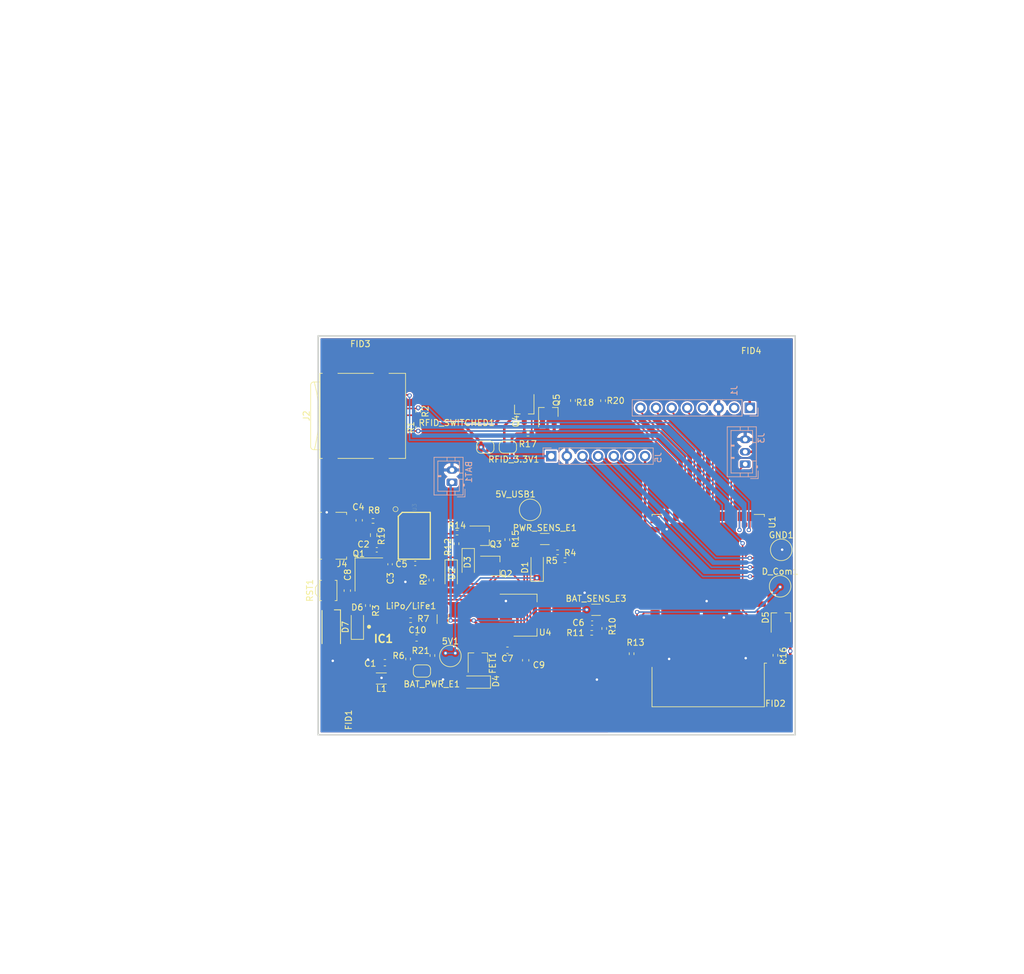
<source format=kicad_pcb>
(kicad_pcb (version 20171130) (host pcbnew "(5.1.9-0-10_14)")
  (title_block (title ESP32-DevKit-Lipo) (date 2020-06-09) (rev C) (company "OLIMEX Ltd.") (comment 1 https://www.olimex.com))
  (layers (0 F.Cu mixed) (31 B.Cu mixed) (34 B.Paste user) (35 F.Paste user) (36 B.SilkS user) (37 F.SilkS user) (38 B.Mask user hide) (39 F.Mask user) (44 Edge.Cuts user))
  (net 0 "")
  (net 1 +5V)
  (net 2 GND)
  (net 3 "Net-(C3-Pad1)")
  (net 4 +3V3)
  (net 5 "Net-(Q2-Pad1)")
  (net 6 "Net-(C2-Pad1)")
  (net 7 "Net-(Q2-Pad2)")
  (net 8 "Net-(Q3-Pad1)")
  (net 9 "Net-(Q3-Pad2)")
  (net 10 "Net-(Q3-Pad3)")
  (net 11 VBAT)
  (net 12 "Net-(C5-Pad1)")
  (net 13 "Net-(BAT_PWR_E1-Pad1)")
  (net 14 "Net-(J1-Pad2)")
  (net 15 "Net-(J1-Pad4)")
  (net 16 RFID_MISO)
  (net 17 RFID_MOSI)
  (net 18 RFID_CLK)
  (net 19 RFID_CS)
  (net 20 "Net-(J2-Pad8)")
  (net 21 GPIO_2)
  (net 22 GPIO_14)
  (net 23 GPIO_15)
  (net 24 "Net-(J2-Pad2)")
  (net 25 "Net-(J2-Pad1)")
  (net 26 LED_DI)
  (net 27 "Net-(D3-Pad2)")
  (net 28 GPIO_RX)
  (net 29 /Sheet602F0C3C/GPIO_EN)
  (net 30 /Sheet602F0C3C/D_Com)
  (net 31 "Net-(U1-Pad40)")
  (net 32 "Net-(U1-Pad39)")
  (net 33 "Net-(U1-Pad30)")
  (net 34 "Net-(U1-Pad31)")
  (net 35 "Net-(U1-Pad32)")
  (net 36 "Net-(U1-Pad34)")
  (net 37 "Net-(U1-Pad35)")
  (net 38 GPIO_TX)
  (net 39 "Net-(U1-Pad14)")
  (net 40 "Net-(U1-Pad13)")
  (net 41 "Net-(U1-Pad9)")
  (net 42 "Net-(U1-Pad8)")
  (net 43 "Net-(U1-Pad7)")
  (net 44 "Net-(U1-Pad6)")
  (net 45 "Net-(U1-Pad4)")
  (net 46 GPIO_0)
  (net 47 "Net-(U1-Pad20)")
  (net 48 "Net-(U1-Pad16)")
  (net 49 "Net-(C7-Pad1)")
  (net 50 "Net-(D2-Pad1)")
  (net 51 GATE_PWR)
  (net 52 "Net-(U1-Pad15)")
  (net 53 "Net-(U3-Pad11)")
  (net 54 "Net-(U3-Pad12)")
  (net 55 "Net-(U3-Pad13)")
  (net 56 "Net-(U3-Pad14)")
  (net 57 "Net-(U3-Pad17)")
  (net 58 "Net-(U3-Pad20)")
  (net 59 "Net-(PWR_SENS_E1-Pad2)")
  (net 60 /Sheet602F0C3C/UD-)
  (net 61 /Sheet602F0C3C/UD+)
  (net 62 "Net-(J4-Pad2)")
  (net 63 "Net-(J4-Pad4)")
  (net 64 "Net-(Q4-Pad1)")
  (net 65 "Net-(Q5-Pad1)")
  (net 66 /LiPoPower/5V)
  (net 67 "Net-(BAT_SENS_E3-Pad2)")
  (net 68 "Net-(C1-Pad1)")
  (net 69 VBAT_MEASURE)
  (net 70 "Net-(C10-Pad2)")
  (net 71 "Net-(D6-Pad1)")
  (net 72 "Net-(D7-Pad3)")
  (net 73 "Net-(D7-Pad4)")
  (net 74 "Net-(D7-Pad2)")
  (net 75 /LiPoPower/LOWPWR_LED)
  (net 76 "Net-(IC1-Pad17)")
  (net 77 "Net-(IC1-Pad13)")
  (net 78 "Net-(IC1-Pad12)")
  (net 79 "Net-(J1-Pad1)")
  (net 80 "Net-(LiPo/LiFe1-Pad2)")
  (net 81 EXTPWR_SENSE)
  (net 82 "Net-(U1-Pad27)")
  (net 83 "Net-(U1-Pad29)")
  (net 84 /VSwitched)
  (net 85 HEADPHONE_JACK)
  (net 86 /AudioAMP/EN_SD)
  (net 87 DAC_CLK)
  (net 88 GPIO26_DAC_2)
  (net 89 GPIO25_DAC_1)
  (module Connector_PinHeader_2.54mm:PinHeader_1x07_P2.54mm_Vertical (layer B.Cu) (at 124.8664 96.2025 270)
    (fp_text reference J5 (at 0.2413 -17.3863 270) (layer B.SilkS) (effects (justify mirror)))
    (fp_text value Conn_01x07_Male)
    (pad 7 thru_hole oval (at 0 -15.24 270) (size 1.7 1.7) (drill 1) (layers *.Cu *.Mask) (net 85 HEADPHONE_JACK))
    (pad 6 thru_hole oval (at 0 -12.7 270) (size 1.7 1.7) (drill 1) (layers *.Cu *.Mask) (net 86 /AudioAMP/EN_SD))
    (pad 5 thru_hole oval (at 0 -10.16 270) (size 1.7 1.7) (drill 1) (layers *.Cu *.Mask) (net 87 DAC_CLK))
    (pad 4 thru_hole oval (at 0 -7.62 270) (size 1.7 1.7) (drill 1) (layers *.Cu *.Mask) (net 88 GPIO26_DAC_2))
    (pad 3 thru_hole oval (at 0 -5.08 270) (size 1.7 1.7) (drill 1) (layers *.Cu *.Mask) (net 89 GPIO25_DAC_1))
    (pad 2 thru_hole oval (at 0 -2.54 270) (size 1.7 1.7) (drill 1) (layers *.Cu *.Mask) (net 2 GND))
    (pad 1 thru_hole rect (at 0 0 270) (size 1.7 1.7) (drill 1) (layers *.Cu *.Mask) (net 84 /VSwitched))
  )
  (module Resistor_SMD:R_0402_1005Metric_Pad0.72x0.64mm_HandSolder (layer F.Cu) (at 117.729 109.7788 270)
    (fp_text reference R15 (at -0.127 -1.3335 270) (layer F.SilkS))
    (fp_text value 220R/R0402)
    (pad 2 smd roundrect (at 0.5975 0 270) (size 0.715 0.64) (layers F.Cu F.Paste F.Mask) (net 30 /Sheet602F0C3C/D_Com))
    (pad 1 smd roundrect (at -0.5975 0 270) (size 0.715 0.64) (layers F.Cu F.Paste F.Mask) (net 10 "Net-(Q3-Pad3)"))
  )
  (module Capacitor_SMD:C_0603_1608Metric_Pad1.08x0.95mm_HandSolder (layer F.Cu) (at 93.6625 106.6303 90)
    (fp_text reference C4 (at 2.159 -0.127 180) (layer F.SilkS))
    (fp_text value 22uF/6.3V/20%/X5R/C0603)
    (pad 2 smd roundrect (at 0.8625 0 90) (size 1.075 0.95) (layers F.Cu F.Paste F.Mask) (net 2 GND))
    (pad 1 smd roundrect (at -0.8625 0 90) (size 1.075 0.95) (layers F.Cu F.Paste F.Mask) (net 66 /LiPoPower/5V))
  )
  (module Package_TO_SOT_SMD:SOT-223-3_TabPin2 (layer F.Cu) (at 120.65 122.047)
    (fp_text reference U4 (at 3.2385 2.794) (layer F.SilkS))
    (fp_text value AMS1117-3.3)
    (pad 1 smd rect (at -3.15 -2.3) (size 2 1.5) (layers F.Cu F.Paste F.Mask) (net 2 GND))
    (pad 3 smd rect (at -3.15 2.3) (size 2 1.5) (layers F.Cu F.Paste F.Mask) (net 49 "Net-(C7-Pad1)"))
    (pad 2 smd rect (at -3.15 0) (size 2 1.5) (layers F.Cu F.Paste F.Mask) (net 4 +3V3))
    (pad 2 smd rect (at 3.15 0) (size 2 3.8) (layers F.Cu F.Paste F.Mask) (net 4 +3V3))
  )
  (module Resistor_SMD:R_0402_1005Metric_Pad0.72x0.64mm_HandSolder (layer F.Cu) (at 105.5624 128.6002 90)
    (fp_text reference R21 (at 0.7874 -1.905 180) (layer F.SilkS))
    (fp_text value 10k/R0402)
    (pad 2 smd roundrect (at 0.5975 0 90) (size 0.715 0.64) (layers F.Cu F.Paste F.Mask) (net 80 "Net-(LiPo/LiFe1-Pad2)"))
    (pad 1 smd roundrect (at -0.5975 0 90) (size 0.715 0.64) (layers F.Cu F.Paste F.Mask) (net 1 +5V))
  )
  (module Resistor_SMD:R_0402_1005Metric_Pad0.72x0.64mm_HandSolder (layer F.Cu) (at 133.2865 87.1982 270)
    (fp_text reference R20 (at 0 -2.0447 180) (layer F.SilkS))
    (fp_text value 4,7k/R0402)
    (pad 2 smd roundrect (at 0.5975 0 270) (size 0.715 0.64) (layers F.Cu F.Paste F.Mask) (net 51 GATE_PWR))
    (pad 1 smd roundrect (at -0.5975 0 270) (size 0.715 0.64) (layers F.Cu F.Paste F.Mask) (net 65 "Net-(Q5-Pad1)"))
  )
  (module Resistor_SMD:R_0402_1005Metric_Pad0.72x0.64mm_HandSolder (layer F.Cu) (at 128.397 87.1728 270)
    (fp_text reference R18 (at 0.3175 -1.9685 180) (layer F.SilkS))
    (fp_text value 10k/R0402)
    (pad 2 smd roundrect (at 0.5975 0 270) (size 0.715 0.64) (layers F.Cu F.Paste F.Mask) (net 2 GND))
    (pad 1 smd roundrect (at -0.5975 0 270) (size 0.715 0.64) (layers F.Cu F.Paste F.Mask) (net 65 "Net-(Q5-Pad1)"))
  )
  (module Resistor_SMD:R_0402_1005Metric_Pad0.72x0.64mm_HandSolder (layer F.Cu) (at 121.0945 92.5576 180)
    (fp_text reference R17 (at 0.0381 -1.6764) (layer F.SilkS))
    (fp_text value 10k/R0402)
    (pad 2 smd roundrect (at 0.5975 0 180) (size 0.715 0.64) (layers F.Cu F.Paste F.Mask) (net 4 +3V3))
    (pad 1 smd roundrect (at -0.5975 0 180) (size 0.715 0.64) (layers F.Cu F.Paste F.Mask) (net 64 "Net-(Q4-Pad1)"))
  )
  (module Resistor_SMD:R_0402_1005Metric_Pad0.72x0.64mm_HandSolder (layer F.Cu) (at 131.445 124.9172 180)
    (fp_text reference R11 (at 2.667 0) (layer F.SilkS))
    (fp_text value 470k/R0402)
    (pad 2 smd roundrect (at 0.5975 0 180) (size 0.715 0.64) (layers F.Cu F.Paste F.Mask) (net 2 GND))
    (pad 1 smd roundrect (at -0.5975 0 180) (size 0.715 0.64) (layers F.Cu F.Paste F.Mask) (net 69 VBAT_MEASURE))
  )
  (module Resistor_SMD:R_0402_1005Metric_Pad0.72x0.64mm_HandSolder (layer F.Cu) (at 133.477 124.206 270)
    (fp_text reference R10 (at -0.3556 -1.3208 270) (layer F.SilkS))
    (fp_text value 470k/R0402)
    (pad 2 smd roundrect (at 0.5975 0 270) (size 0.715 0.64) (layers F.Cu F.Paste F.Mask) (net 69 VBAT_MEASURE))
    (pad 1 smd roundrect (at -0.5975 0 270) (size 0.715 0.64) (layers F.Cu F.Paste F.Mask) (net 67 "Net-(BAT_SENS_E3-Pad2)"))
  )
  (module Resistor_SMD:R_0402_1005Metric_Pad0.72x0.64mm_HandSolder (layer F.Cu) (at 102.0197 122.8598)
    (fp_text reference R7 (at 2.0574 -0.2286) (layer F.SilkS))
    (fp_text value 2.2k/R0402)
    (pad 2 smd roundrect (at 0.5975 0) (size 0.715 0.64) (layers F.Cu F.Paste F.Mask) (net 2 GND))
    (pad 1 smd roundrect (at -0.5975 0) (size 0.715 0.64) (layers F.Cu F.Paste F.Mask) (net 78 "Net-(IC1-Pad12)"))
  )
  (module Resistor_SMD:R_0402_1005Metric_Pad0.72x0.64mm_HandSolder (layer F.Cu) (at 101.6127 129.1584 90)
    (fp_text reference R6 (at 0.5201 -1.5494 180) (layer F.SilkS))
    (fp_text value 2.2k/R0402)
    (pad 2 smd roundrect (at 0.5975 0 90) (size 0.715 0.64) (layers F.Cu F.Paste F.Mask) (net 11 VBAT))
    (pad 1 smd roundrect (at -0.5975 0 90) (size 0.715 0.64) (layers F.Cu F.Paste F.Mask) (net 68 "Net-(C1-Pad1)"))
  )
  (module Resistor_SMD:R_0402_1005Metric_Pad0.72x0.64mm_HandSolder (layer F.Cu) (at 127.1016 113.1316)
    (fp_text reference R5 (at -2.159 0.0635) (layer F.SilkS))
    (fp_text value 470k/R0402)
    (pad 2 smd roundrect (at 0.5975 0) (size 0.715 0.64) (layers F.Cu F.Paste F.Mask) (net 2 GND))
    (pad 1 smd roundrect (at -0.5975 0) (size 0.715 0.64) (layers F.Cu F.Paste F.Mask) (net 81 EXTPWR_SENSE))
  )
  (module Resistor_SMD:R_0402_1005Metric_Pad0.72x0.64mm_HandSolder (layer F.Cu) (at 125.8957 111.8362 180)
    (fp_text reference R4 (at -2.0568 -0.0889) (layer F.SilkS))
    (fp_text value 220k/R0402)
    (pad 2 smd roundrect (at 0.5975 0 180) (size 0.715 0.64) (layers F.Cu F.Paste F.Mask) (net 59 "Net-(PWR_SENS_E1-Pad2)"))
    (pad 1 smd roundrect (at -0.5975 0 180) (size 0.715 0.64) (layers F.Cu F.Paste F.Mask) (net 81 EXTPWR_SENSE))
  )
  (module Resistor_SMD:R_0402_1005Metric_Pad0.72x0.64mm_HandSolder (layer F.Cu) (at 95.0722 120.4843 270)
    (fp_text reference R3 (at 0.8261 -1.2954 90) (layer F.SilkS))
    (fp_text value 1k/R0402)
    (pad 2 smd roundrect (at 0.5975 0 270) (size 0.715 0.64) (layers F.Cu F.Paste F.Mask) (net 73 "Net-(D7-Pad4)"))
    (pad 1 smd roundrect (at -0.5975 0 270) (size 0.715 0.64) (layers F.Cu F.Paste F.Mask) (net 4 +3V3))
  )
  (module Package_TO_SOT_SMD:SOT-23_Handsoldering (layer F.Cu) (at 124.3965 89.0651 90)
    (fp_text reference Q5 (at 1.9685 1.3335 90) (layer F.SilkS))
    (fp_text value "QBC817 NPN/BEC")
    (pad 3 smd rect (at 1.5 0 90) (size 1.9 0.8) (layers F.Cu F.Paste F.Mask) (net 64 "Net-(Q4-Pad1)"))
    (pad 2 smd rect (at -1.5 0.95 90) (size 1.9 0.8) (layers F.Cu F.Paste F.Mask) (net 2 GND))
    (pad 1 smd rect (at -1.5 -0.95 90) (size 1.9 0.8) (layers F.Cu F.Paste F.Mask) (net 65 "Net-(Q5-Pad1)"))
  )
  (module Package_TO_SOT_SMD:SOT-23_Handsoldering (layer F.Cu) (at 120.4825 88.5926 270)
    (fp_text reference Q4 (at 1.933 1.3565 90) (layer F.SilkS))
    (fp_text value "SI2302DS NMOS/GSD")
    (pad 3 smd rect (at 1.5 0 270) (size 1.9 0.8) (layers F.Cu F.Paste F.Mask) (net 4 +3V3))
    (pad 2 smd rect (at -1.5 0.95 270) (size 1.9 0.8) (layers F.Cu F.Paste F.Mask) (net 84 /VSwitched))
    (pad 1 smd rect (at -1.5 -0.95 270) (size 1.9 0.8) (layers F.Cu F.Paste F.Mask) (net 64 "Net-(Q4-Pad1)"))
  )
  (module Resistor_SMD:R_1206_3216Metric_Pad1.30x1.75mm_HandSolder (layer F.Cu) (at 123.825 109.6772)
    (fp_text reference PWR_SENS_E1 (at 0 -1.82) (layer F.SilkS))
    (fp_text value Opened)
    (pad 2 smd roundrect (at 1.55 0) (size 1.3 1.75) (layers F.Cu F.Paste F.Mask) (roundrect_rratio 0.192308) (net 59 "Net-(PWR_SENS_E1-Pad2)"))
    (pad 1 smd roundrect (at -1.55 0) (size 1.3 1.75) (layers F.Cu F.Paste F.Mask) (roundrect_rratio 0.192308) (net 66 /LiPoPower/5V))
  )
  (module Resistor_SMD:R_1206_3216Metric_Pad1.30x1.75mm_HandSolder (layer F.Cu) (at 107.2388 122.682 270)
    (fp_text reference LiPo/LiFe1 (at -2.1336 5.1562 180) (layer F.SilkS))
    (fp_text value Opened)
    (pad 2 smd roundrect (at 1.55 0 270) (size 1.3 1.75) (layers F.Cu F.Paste F.Mask) (roundrect_rratio 0.192308) (net 80 "Net-(LiPo/LiFe1-Pad2)"))
    (pad 1 smd roundrect (at -1.55 0 270) (size 1.3 1.75) (layers F.Cu F.Paste F.Mask) (roundrect_rratio 0.192308) (net 77 "Net-(IC1-Pad13)"))
  )
  (module Inductor_SMD:L_1206_3216Metric (layer F.Cu) (at 97.2568 132.334)
    (fp_text reference L1 (at 0.0252 1.651) (layer F.SilkS))
    (fp_text value 4.7u)
    (pad 2 smd roundrect (at 1.575 0) (size 1.05 1.9) (layers F.Cu F.Paste F.Mask) (roundrect_rratio 0.238095) (net 68 "Net-(C1-Pad1)"))
    (pad 1 smd roundrect (at -1.575 0) (size 1.05 1.9) (layers F.Cu F.Paste F.Mask) (roundrect_rratio 0.238095) (net 71 "Net-(D6-Pad1)"))
  )
  (module ESP32-DevKit-LiPo-Rev:QFN65P400X400X90-17N-D (layer F.Cu) (at 97.6122 125.8824)
    (fp_text reference IC1 (at 0 0) (layer F.SilkS) (effects (font (size 1.27 1.27) (thickness 0.254))))
    (fp_text value TP5000-QFN16 hide)
    (pad 17 smd rect (at 0 0) (size 2.2 2.2) (layers F.Cu F.Paste F.Mask) (net 76 "Net-(IC1-Pad17)"))
    (pad 16 smd rect (at -0.975 -1.85) (size 0.35 1) (layers F.Cu F.Paste F.Mask) (net 13 "Net-(BAT_PWR_E1-Pad1)"))
    (pad 15 smd rect (at -0.325 -1.85) (size 0.35 1) (layers F.Cu F.Paste F.Mask) (net 72 "Net-(D7-Pad3)"))
    (pad 14 smd rect (at 0.325 -1.85) (size 0.35 1) (layers F.Cu F.Paste F.Mask) (net 74 "Net-(D7-Pad2)"))
    (pad 13 smd rect (at 0.975 -1.85) (size 0.35 1) (layers F.Cu F.Paste F.Mask) (net 77 "Net-(IC1-Pad13)"))
    (pad 12 smd rect (at 1.85 -0.975 90) (size 0.35 1) (layers F.Cu F.Paste F.Mask) (net 78 "Net-(IC1-Pad12)"))
    (pad 11 smd rect (at 1.85 -0.325 90) (size 0.35 1) (layers F.Cu F.Paste F.Mask) (net 2 GND))
    (pad 10 smd rect (at 1.85 0.325 90) (size 0.35 1) (layers F.Cu F.Paste F.Mask) (net 70 "Net-(C10-Pad2)"))
    (pad 9 smd rect (at 1.85 0.975 90) (size 0.35 1) (layers F.Cu F.Paste F.Mask) (net 11 VBAT))
    (pad 8 smd rect (at 0.975 1.85) (size 0.35 1) (layers F.Cu F.Paste F.Mask) (net 68 "Net-(C1-Pad1)"))
    (pad 7 smd rect (at 0.325 1.85) (size 0.35 1) (layers F.Cu F.Paste F.Mask) (net 2 GND))
    (pad 6 smd rect (at -0.325 1.85) (size 0.35 1) (layers F.Cu F.Paste F.Mask) (net 2 GND))
    (pad 5 smd rect (at -0.975 1.85) (size 0.35 1) (layers F.Cu F.Paste F.Mask) (net 71 "Net-(D6-Pad1)"))
    (pad 4 smd rect (at -1.85 0.975 90) (size 0.35 1) (layers F.Cu F.Paste F.Mask) (net 71 "Net-(D6-Pad1)"))
    (pad 3 smd rect (at -1.85 0.325 90) (size 0.35 1) (layers F.Cu F.Paste F.Mask) (net 71 "Net-(D6-Pad1)"))
    (pad 2 smd rect (at -1.85 -0.325 90) (size 0.35 1) (layers F.Cu F.Paste F.Mask) (net 13 "Net-(BAT_PWR_E1-Pad1)"))
    (pad 1 smd rect (at -1.85 -0.975 90) (size 0.35 1) (layers F.Cu F.Paste F.Mask) (net 13 "Net-(BAT_PWR_E1-Pad1)"))
  )
  (module Package_TO_SOT_SMD:SOT-23_Handsoldering (layer F.Cu) (at 112.9538 128.9304 90)
    (fp_text reference FET1 (at -0.889 2.3876 90) (layer F.SilkS))
    (fp_text value WPM2015-3/TR)
    (pad 3 smd rect (at 1.5 0 90) (size 1.9 0.8) (layers F.Cu F.Paste F.Mask) (net 11 VBAT))
    (pad 2 smd rect (at -1.5 0.95 90) (size 1.9 0.8) (layers F.Cu F.Paste F.Mask) (net 49 "Net-(C7-Pad1)"))
    (pad 1 smd rect (at -1.5 -0.95 90) (size 1.9 0.8) (layers F.Cu F.Paste F.Mask) (net 1 +5V))
  )
  (module LED_SMD:LED_RGB_1210 (layer F.Cu) (at 89.1286 123.9774 270)
    (fp_text reference D7 (at 0 -2.3 90) (layer F.SilkS))
    (fp_text value LED_RGBA)
    (pad 3 smd rect (at 1.75 0.7 90) (size 1.5 1) (layers F.Cu F.Paste F.Mask) (net 72 "Net-(D7-Pad3)"))
    (pad 4 smd rect (at 1.75 -0.7 90) (size 1.5 1) (layers F.Cu F.Paste F.Mask) (net 73 "Net-(D7-Pad4)"))
    (pad 2 smd rect (at -1.75 0.7 90) (size 1.5 1) (layers F.Cu F.Paste F.Mask) (net 74 "Net-(D7-Pad2)"))
    (pad 1 smd rect (at -1.75 -0.7 90) (size 1.5 1) (layers F.Cu F.Paste F.Mask) (net 75 /LiPoPower/LOWPWR_LED))
  )
  (module Diode_SMD:D_SOD-123 (layer F.Cu) (at 93.3704 123.7234 90)
    (fp_text reference D6 (at 2.9464 -0.0254 180) (layer F.SilkS))
    (fp_text value 1N5819S4/SOD123)
    (pad 2 smd rect (at 1.65 0 90) (size 0.9 1.2) (layers F.Cu F.Paste F.Mask) (net 2 GND))
    (pad 1 smd rect (at -1.65 0 90) (size 0.9 1.2) (layers F.Cu F.Paste F.Mask) (net 71 "Net-(D6-Pad1)"))
  )
  (module Diode_SMD:D_SOD-123 (layer F.Cu) (at 112.7506 132.9182 180)
    (fp_text reference D4 (at -3.1242 0.1524 270) (layer F.SilkS))
    (fp_text value 1N5819S4/SOD123)
    (pad 2 smd rect (at 1.65 0 180) (size 0.9 1.2) (layers F.Cu F.Paste F.Mask) (net 1 +5V))
    (pad 1 smd rect (at -1.65 0 180) (size 0.9 1.2) (layers F.Cu F.Paste F.Mask) (net 49 "Net-(C7-Pad1)"))
  )
  (module Diode_SMD:D_SOD-123 (layer F.Cu) (at 122.5804 114.3 90)
    (fp_text reference D1 (at 0 -2 90) (layer F.SilkS))
    (fp_text value 1N5819S4/SOD123)
    (pad 2 smd rect (at 1.65 0 90) (size 0.9 1.2) (layers F.Cu F.Paste F.Mask) (net 66 /LiPoPower/5V))
    (pad 1 smd rect (at -1.65 0 90) (size 0.9 1.2) (layers F.Cu F.Paste F.Mask) (net 1 +5V))
  )
  (module Capacitor_SMD:C_0603_1608Metric_Pad1.08x0.95mm_HandSolder (layer F.Cu) (at 102.9981 125.7554 180)
    (fp_text reference C10 (at -0.1259 1.2954) (layer F.SilkS))
    (fp_text value 0.1uF/C0603)
    (pad 2 smd roundrect (at 0.8625 0 180) (size 1.075 0.95) (layers F.Cu F.Paste F.Mask) (net 70 "Net-(C10-Pad2)"))
    (pad 1 smd roundrect (at -0.8625 0 180) (size 1.075 0.95) (layers F.Cu F.Paste F.Mask) (net 2 GND))
  )
  (module Capacitor_SMD:C_0603_1608Metric_Pad1.08x0.95mm_HandSolder (layer F.Cu) (at 120.7135 129.3738 270)
    (fp_text reference C9 (at 0.7631 -2.1463 180) (layer F.SilkS))
    (fp_text value 22uF/6.3V/20%/X5R/C0603)
    (pad 2 smd roundrect (at 0.8625 0 270) (size 1.075 0.95) (layers F.Cu F.Paste F.Mask) (net 2 GND))
    (pad 1 smd roundrect (at -0.8625 0 270) (size 1.075 0.95) (layers F.Cu F.Paste F.Mask) (net 4 +3V3))
  )
  (module Capacitor_SMD:C_0603_1608Metric_Pad1.08x0.95mm_HandSolder (layer F.Cu) (at 117.7533 127.7366)
    (fp_text reference C7 (at -0.0243 1.3462) (layer F.SilkS))
    (fp_text value 22uF/6.3V/20%/X5R/C0603)
    (pad 2 smd roundrect (at 0.8625 0) (size 1.075 0.95) (layers F.Cu F.Paste F.Mask) (net 2 GND))
    (pad 1 smd roundrect (at -0.8625 0) (size 1.075 0.95) (layers F.Cu F.Paste F.Mask) (net 49 "Net-(C7-Pad1)"))
  )
  (module Capacitor_SMD:C_0402_1005Metric_Pad0.74x0.62mm_HandSolder (layer F.Cu) (at 131.5085 123.3297)
    (fp_text reference C6 (at -2.2225 -0.0635) (layer F.SilkS))
    (fp_text value 100nF/10V/10%/X7R/C0402)
    (pad 2 smd roundrect (at 0.5675 0) (size 0.735 0.62) (layers F.Cu F.Paste F.Mask) (net 69 VBAT_MEASURE))
    (pad 1 smd roundrect (at -0.5675 0) (size 0.735 0.62) (layers F.Cu F.Paste F.Mask) (net 2 GND))
  )
  (module Capacitor_SMD:C_0603_1608Metric_Pad1.08x0.95mm_HandSolder (layer F.Cu) (at 97.8397 129.7686 180)
    (fp_text reference C1 (at 2.3865 -0.127) (layer F.SilkS))
    (fp_text value 10uF/C0603)
    (pad 2 smd roundrect (at 0.8625 0 180) (size 1.075 0.95) (layers F.Cu F.Paste F.Mask) (net 2 GND))
    (pad 1 smd roundrect (at -0.8625 0 180) (size 1.075 0.95) (layers F.Cu F.Paste F.Mask) (net 68 "Net-(C1-Pad1)"))
  )
  (module Resistor_SMD:R_1206_3216Metric_Pad1.30x1.75mm_HandSolder (layer F.Cu) (at 132.1435 121.1707)
    (fp_text reference BAT_SENS_E3 (at 0 -1.82) (layer F.SilkS))
    (fp_text value Opened)
    (pad 2 smd roundrect (at 1.55 0) (size 1.3 1.75) (layers F.Cu F.Paste F.Mask) (roundrect_rratio 0.192308) (net 67 "Net-(BAT_SENS_E3-Pad2)"))
    (pad 1 smd roundrect (at -1.55 0) (size 1.3 1.75) (layers F.Cu F.Paste F.Mask) (roundrect_rratio 0.192308) (net 11 VBAT))
  )
  (module Jumper:SolderJumper-2_P1.3mm_Open_RoundedPad1.0x1.5mm (layer F.Cu) (at 103.8606 131.1148)
    (fp_text reference BAT_PWR_E1 (at 1.6002 2.1336 180) (layer F.SilkS))
    (fp_text value Opened)
    (pad 2 smd custom (at 0.65 0) (size 1 0.5) (layers F.Cu F.Mask) (net 1 +5V) (options (clearance outline) (anchor rect)) (primitives (gr_circle (center 0 0.25) (end 0.5 0.25) (width 0)) (gr_circle (center 0 -0.25) (end 0.5 -0.25) (width 0)) (gr_poly (pts (xy 0 -0.75) (xy -0.5 -0.75) (xy -0.5 0.75) (xy 0 0.75)) (width 0))))
    (pad 1 smd custom (at -0.65 0) (size 1 0.5) (layers F.Cu F.Mask) (net 13 "Net-(BAT_PWR_E1-Pad1)") (options (clearance outline) (anchor rect)) (primitives (gr_circle (center 0 0.25) (end 0.5 0.25) (width 0)) (gr_circle (center 0 -0.25) (end 0.5 -0.25) (width 0)) (gr_poly (pts (xy 0 -0.75) (xy 0.5 -0.75) (xy 0.5 0.75) (xy 0 0.75)) (width 0))))
  )
  (module Connector_JST:JST_PH_B2B-PH-K_1x02_P2.00mm_Vertical (layer B.Cu) (at 108.7374 100.457 90)
    (fp_text reference BAT1 (at 1.6764 2.7432 270) (layer B.SilkS) (effects (justify mirror)))
    (fp_text value DW02S)
    (pad 2 thru_hole oval (at 2 0 90) (size 1.2 1.75) (drill 0.75) (layers *.Cu *.Mask) (net 2 GND))
    (pad 1 thru_hole roundrect (at 0 0 90) (size 1.2 1.75) (drill 0.75) (layers *.Cu *.Mask) (roundrect_rratio 0.208333) (net 11 VBAT))
  )
  (module TestPoint:TestPoint_Pad_D3.0mm (layer F.Cu) (at 121.4374 104.9401)
    (fp_text reference 5V_USB1 (at -2.3749 -2.54) (layer F.SilkS))
    (fp_text value TESTPAD)
    (pad 1 smd circle (at 0 0) (size 3 3) (layers F.Cu F.Mask) (net 66 /LiPoPower/5V))
  )
  (module TestPoint:TestPoint_Pad_D3.0mm (layer F.Cu) (at 108.4834 128.6764)
    (fp_text reference 5V1 (at 0 -2.398) (layer F.SilkS))
    (fp_text value TESTPAD)
    (pad 1 smd circle (at 0 0) (size 3 3) (layers F.Cu F.Mask) (net 1 +5V))
  )
  (module RF_Module:ESP32-S2-WROVER (layer F.Cu) (at 150.368 117.475 180)
    (fp_text reference U1 (at -10.41 10.53 90) (layer F.SilkS))
    (fp_text value ESP32-S2-WROVER)
    (pad 43 smd rect (at -1.19 -3.735 180) (size 4.1 4.1) (layers F.Cu F.Paste F.Mask) (net 2 GND))
    (pad 42 smd rect (at 8.625 -11.675 180) (size 1.5 0.9) (layers F.Cu F.Paste F.Mask) (net 2 GND))
    (pad 41 smd rect (at 8.625 -10.275 180) (size 1.5 0.9) (layers F.Cu F.Paste F.Mask) (net 29 /Sheet602F0C3C/GPIO_EN))
    (pad 40 smd rect (at 8.625 -8.775 180) (size 1.5 0.9) (layers F.Cu F.Paste F.Mask) (net 31 "Net-(U1-Pad40)"))
    (pad 39 smd rect (at 8.625 -7.175 180) (size 1.5 0.9) (layers F.Cu F.Paste F.Mask) (net 32 "Net-(U1-Pad39)"))
    (pad 25 smd rect (at 5.25 11.475 180) (size 0.9 1.5) (layers F.Cu F.Paste F.Mask) (net 51 GATE_PWR))
    (pad 26 smd rect (at 6.75 11.475 180) (size 0.9 1.5) (layers F.Cu F.Paste F.Mask) (net 2 GND))
    (pad 27 smd rect (at 8.625 10.825 180) (size 1.5 0.9) (layers F.Cu F.Paste F.Mask) (net 82 "Net-(U1-Pad27)"))
    (pad 28 smd rect (at 8.625 9.325 180) (size 1.5 0.9) (layers F.Cu F.Paste F.Mask) (net 85 HEADPHONE_JACK))
    (pad 29 smd rect (at 8.625 7.825 180) (size 1.5 0.9) (layers F.Cu F.Paste F.Mask) (net 83 "Net-(U1-Pad29)"))
    (pad 30 smd rect (at 8.625 6.325 180) (size 1.5 0.9) (layers F.Cu F.Paste F.Mask) (net 33 "Net-(U1-Pad30)"))
    (pad 31 smd rect (at 8.625 4.825 180) (size 1.5 0.9) (layers F.Cu F.Paste F.Mask) (net 34 "Net-(U1-Pad31)"))
    (pad 32 smd rect (at 8.625 3.325 180) (size 1.5 0.9) (layers F.Cu F.Paste F.Mask) (net 35 "Net-(U1-Pad32)"))
    (pad 33 smd rect (at 8.625 1.825 180) (size 1.5 0.9) (layers F.Cu F.Paste F.Mask) (net 81 EXTPWR_SENSE))
    (pad 34 smd rect (at 8.625 0.325 180) (size 1.5 0.9) (layers F.Cu F.Paste F.Mask) (net 36 "Net-(U1-Pad34)"))
    (pad 35 smd rect (at 8.625 -1.175 180) (size 1.5 0.9) (layers F.Cu F.Paste F.Mask) (net 37 "Net-(U1-Pad35)"))
    (pad 36 smd rect (at 8.625 -2.675 180) (size 1.5 0.9) (layers F.Cu F.Paste F.Mask) (net 69 VBAT_MEASURE))
    (pad 37 smd rect (at 8.625 -4.175 180) (size 1.5 0.9) (layers F.Cu F.Paste F.Mask) (net 38 GPIO_TX))
    (pad 38 smd rect (at 8.625 -5.675 180) (size 1.5 0.9) (layers F.Cu F.Paste F.Mask) (net 28 GPIO_RX))
    (pad 14 smd rect (at -8.625 7.725 180) (size 1.5 0.9) (layers F.Cu F.Paste F.Mask) (net 39 "Net-(U1-Pad14)"))
    (pad 13 smd rect (at -8.625 6.225 180) (size 1.5 0.9) (layers F.Cu F.Paste F.Mask) (net 40 "Net-(U1-Pad13)"))
    (pad 12 smd rect (at -8.625 4.725 180) (size 1.5 0.9) (layers F.Cu F.Paste F.Mask) (net 87 DAC_CLK))
    (pad 11 smd rect (at -8.625 3.225 180) (size 1.5 0.9) (layers F.Cu F.Paste F.Mask) (net 88 GPIO26_DAC_2))
    (pad 10 smd rect (at -8.625 1.725 180) (size 1.5 0.9) (layers F.Cu F.Paste F.Mask) (net 89 GPIO25_DAC_1))
    (pad 9 smd rect (at -8.625 0.225 180) (size 1.5 0.9) (layers F.Cu F.Paste F.Mask) (net 41 "Net-(U1-Pad9)"))
    (pad 8 smd rect (at -8.625 -1.275 180) (size 1.5 0.9) (layers F.Cu F.Paste F.Mask) (net 42 "Net-(U1-Pad8)"))
    (pad 7 smd rect (at -8.625 -2.775 180) (size 1.5 0.9) (layers F.Cu F.Paste F.Mask) (net 43 "Net-(U1-Pad7)"))
    (pad 6 smd rect (at -8.625 -4.275 180) (size 1.5 0.9) (layers F.Cu F.Paste F.Mask) (net 44 "Net-(U1-Pad6)"))
    (pad 5 smd rect (at -8.625 -5.775 180) (size 1.5 0.9) (layers F.Cu F.Paste F.Mask) (net 21 GPIO_2))
    (pad 4 smd rect (at -8.625 -7.275 180) (size 1.5 0.9) (layers F.Cu F.Paste F.Mask) (net 45 "Net-(U1-Pad4)"))
    (pad 3 smd rect (at -8.625 -8.775 180) (size 1.5 0.9) (layers F.Cu F.Paste F.Mask) (net 46 GPIO_0))
    (pad 2 smd rect (at -8.625 -10.275 180) (size 1.5 0.9) (layers F.Cu F.Paste F.Mask) (net 4 +3V3))
    (pad 24 smd rect (at 3.75 11.475 180) (size 0.9 1.5) (layers F.Cu F.Paste F.Mask) (net 19 RFID_CS))
    (pad 23 smd rect (at 2.25 11.475 180) (size 0.9 1.5) (layers F.Cu F.Paste F.Mask) (net 18 RFID_CLK))
    (pad 22 smd rect (at 0.75 11.475 180) (size 0.9 1.5) (layers F.Cu F.Paste F.Mask) (net 17 RFID_MOSI))
    (pad 21 smd rect (at -0.75 11.475 180) (size 0.9 1.5) (layers F.Cu F.Paste F.Mask) (net 16 RFID_MISO))
    (pad 20 smd rect (at -2.25 11.475 180) (size 0.9 1.5) (layers F.Cu F.Paste F.Mask) (net 47 "Net-(U1-Pad20)"))
    (pad 19 smd rect (at -3.75 11.475 180) (size 0.9 1.5) (layers F.Cu F.Paste F.Mask) (net 26 LED_DI))
    (pad 18 smd rect (at -5.25 11.475 180) (size 0.9 1.5) (layers F.Cu F.Paste F.Mask) (net 23 GPIO_15))
    (pad 17 smd rect (at -6.75 11.475 180) (size 0.9 1.5) (layers F.Cu F.Paste F.Mask) (net 22 GPIO_14))
    (pad 16 smd rect (at -8.625 10.725) (size 1.5 0.9) (layers F.Cu F.Paste F.Mask) (net 48 "Net-(U1-Pad16)"))
    (pad 15 smd rect (at -8.625 9.225) (size 1.5 0.9) (layers F.Cu F.Paste F.Mask) (net 52 "Net-(U1-Pad15)"))
    (pad 1 smd rect (at -8.625 -11.775 180) (size 1.5 0.9) (layers F.Cu F.Paste F.Mask) (net 2 GND))
  )
  (module ESP32-DevKit-LiPo-Rev:SSOP20-0.65-7.6X5.2MM (layer F.Cu) (at 102.616 109.1438 270)
    (fp_text reference U3 (at -4.601295 -0.045043 270) (layer F.SilkS) (effects (font (size 0.640543 0.640543) (thickness 0.015))))
    (fp_text value "CH340T(SSOP20W)")
    (pad 1 smd rect (at -2.925 3.625 270) (size 0.4 1.5) (layers F.Cu F.Paste F.Mask))
    (pad 2 smd rect (at -2.275 3.625 270) (size 0.4 1.5) (layers F.Cu F.Paste F.Mask))
    (pad 3 smd rect (at -1.625 3.625 270) (size 0.4 1.5) (layers F.Cu F.Paste F.Mask) (net 50 "Net-(D2-Pad1)"))
    (pad 4 smd rect (at -0.975 3.625 270) (size 0.4 1.5) (layers F.Cu F.Paste F.Mask) (net 27 "Net-(D3-Pad2)"))
    (pad 5 smd rect (at -0.325 3.625 270) (size 0.4 1.5) (layers F.Cu F.Paste F.Mask) (net 12 "Net-(C5-Pad1)"))
    (pad 6 smd rect (at 0.325 3.625 270) (size 0.4 1.5) (layers F.Cu F.Paste F.Mask) (net 61 /Sheet602F0C3C/UD+))
    (pad 7 smd rect (at 0.975 3.625 270) (size 0.4 1.5) (layers F.Cu F.Paste F.Mask) (net 60 /Sheet602F0C3C/UD-))
    (pad 8 smd rect (at 1.625 3.625 270) (size 0.4 1.5) (layers F.Cu F.Paste F.Mask) (net 2 GND))
    (pad 9 smd rect (at 2.275 3.625 270) (size 0.4 1.5) (layers F.Cu F.Paste F.Mask) (net 6 "Net-(C2-Pad1)"))
    (pad 10 smd rect (at 2.925 3.625 270) (size 0.4 1.5) (layers F.Cu F.Paste F.Mask) (net 3 "Net-(C3-Pad1)"))
    (pad 11 smd rect (at 2.925 -3.625 270) (size 0.4 1.5) (layers F.Cu F.Paste F.Mask) (net 53 "Net-(U3-Pad11)"))
    (pad 12 smd rect (at 2.275 -3.625 270) (size 0.4 1.5) (layers F.Cu F.Paste F.Mask) (net 54 "Net-(U3-Pad12)"))
    (pad 13 smd rect (at 1.625 -3.625 270) (size 0.4 1.5) (layers F.Cu F.Paste F.Mask) (net 55 "Net-(U3-Pad13)"))
    (pad 14 smd rect (at 0.975 -3.625 270) (size 0.4 1.5) (layers F.Cu F.Paste F.Mask) (net 56 "Net-(U3-Pad14)"))
    (pad 15 smd rect (at 0.325 -3.625 270) (size 0.4 1.5) (layers F.Cu F.Paste F.Mask) (net 9 "Net-(Q3-Pad2)"))
    (pad 16 smd rect (at -0.325 -3.625 270) (size 0.4 1.5) (layers F.Cu F.Paste F.Mask) (net 7 "Net-(Q2-Pad2)"))
    (pad 17 smd rect (at -0.975 -3.625 270) (size 0.4 1.5) (layers F.Cu F.Paste F.Mask) (net 57 "Net-(U3-Pad17)"))
    (pad 18 smd rect (at -1.625 -3.625 270) (size 0.4 1.5) (layers F.Cu F.Paste F.Mask))
    (pad 19 smd rect (at -2.275 -3.625 270) (size 0.4 1.5) (layers F.Cu F.Paste F.Mask) (net 66 /LiPoPower/5V))
    (pad 20 smd rect (at -2.925 -3.625 270) (size 0.4 1.5) (layers F.Cu F.Paste F.Mask) (net 58 "Net-(U3-Pad20)"))
  )
  (module Jumper:SolderJumper-2_P1.3mm_Open_RoundedPad1.0x1.5mm (layer F.Cu) (at 117.8202 94.7293 180)
    (fp_text reference RFID_3.3V1 (at -0.9629 -2.0066) (layer F.SilkS))
    (fp_text value Opened)
    (pad 1 smd custom (at -0.65 0 180) (size 1 0.5) (layers F.Cu F.Mask) (net 4 +3V3) (options (clearance outline) (anchor rect)) (primitives (gr_circle (center 0 0.25) (end 0.5 0.25) (width 0)) (gr_circle (center 0 -0.25) (end 0.5 -0.25) (width 0)) (gr_poly (pts (xy 0 -0.75) (xy 0.5 -0.75) (xy 0.5 0.75) (xy 0 0.75)) (width 0))))
    (pad 2 smd custom (at 0.65 0 180) (size 1 0.5) (layers F.Cu F.Mask) (net 79 "Net-(J1-Pad1)") (options (clearance outline) (anchor rect)) (primitives (gr_circle (center 0 0.25) (end 0.5 0.25) (width 0)) (gr_circle (center 0 -0.25) (end 0.5 -0.25) (width 0)) (gr_poly (pts (xy 0 -0.75) (xy -0.5 -0.75) (xy -0.5 0.75) (xy 0 0.75)) (width 0))))
  )
  (module Jumper:SolderJumper-2_P1.3mm_Open_RoundedPad1.0x1.5mm (layer F.Cu) (at 114.1476 94.742 180)
    (fp_text reference RFID_SWITCHED1 (at 4.6482 3.9497) (layer F.SilkS))
    (fp_text value Opened)
    (pad 2 smd custom (at 0.65 0 180) (size 1 0.5) (layers F.Cu F.Mask) (net 84 /VSwitched) (options (clearance outline) (anchor rect)) (primitives (gr_circle (center 0 0.25) (end 0.5 0.25) (width 0)) (gr_circle (center 0 -0.25) (end 0.5 -0.25) (width 0)) (gr_poly (pts (xy 0 -0.75) (xy -0.5 -0.75) (xy -0.5 0.75) (xy 0 0.75)) (width 0))))
    (pad 1 smd custom (at -0.65 0 180) (size 1 0.5) (layers F.Cu F.Mask) (net 79 "Net-(J1-Pad1)") (options (clearance outline) (anchor rect)) (primitives (gr_circle (center 0 0.25) (end 0.5 0.25) (width 0)) (gr_circle (center 0 -0.25) (end 0.5 -0.25) (width 0)) (gr_poly (pts (xy 0 -0.75) (xy 0.5 -0.75) (xy 0.5 0.75) (xy 0 0.75)) (width 0))))
  )
  (module Connector_PinHeader_2.54mm:PinHeader_1x08_P2.54mm_Vertical (layer B.Cu) (at 157.1371 88.3666 90)
    (fp_text reference J1 (at 2.794 -2.54 270) (layer B.SilkS) (effects (justify mirror)))
    (fp_text value "RFID RC522")
    (pad 1 thru_hole rect (at 0 0 90) (size 1.7 1.7) (drill 1) (layers *.Cu *.Mask) (net 79 "Net-(J1-Pad1)"))
    (pad 2 thru_hole oval (at 0 -2.54 90) (size 1.7 1.7) (drill 1) (layers *.Cu *.Mask) (net 14 "Net-(J1-Pad2)"))
    (pad 3 thru_hole oval (at 0 -5.08 90) (size 1.7 1.7) (drill 1) (layers *.Cu *.Mask) (net 2 GND))
    (pad 4 thru_hole oval (at 0 -7.62 90) (size 1.7 1.7) (drill 1) (layers *.Cu *.Mask) (net 15 "Net-(J1-Pad4)"))
    (pad 5 thru_hole oval (at 0 -10.16 90) (size 1.7 1.7) (drill 1) (layers *.Cu *.Mask) (net 16 RFID_MISO))
    (pad 6 thru_hole oval (at 0 -12.7 90) (size 1.7 1.7) (drill 1) (layers *.Cu *.Mask) (net 17 RFID_MOSI))
    (pad 7 thru_hole oval (at 0 -15.24 90) (size 1.7 1.7) (drill 1) (layers *.Cu *.Mask) (net 18 RFID_CLK))
    (pad 8 thru_hole oval (at 0 -17.78 90) (size 1.7 1.7) (drill 1) (layers *.Cu *.Mask) (net 19 RFID_CS))
  )
  (module Connector_Card:microSD_HC_Wuerth_693072010801 (layer F.Cu) (at 93.091 89.662 90)
    (fp_text reference J2 (at 0 -7.99 90) (layer F.SilkS))
    (fp_text value Micro_SD_Card)
    (pad 9 smd rect (at 6.875 -4.15 90) (size 1.45 2) (layers F.Cu F.Paste F.Mask) (net 2 GND))
    (pad 9 smd rect (at -6.875 -4.15 90) (size 1.45 2) (layers F.Cu F.Paste F.Mask) (net 2 GND))
    (pad 9 smd rect (at -6.875 4.15 90) (size 1.45 2) (layers F.Cu F.Paste F.Mask) (net 2 GND))
    (pad 9 smd rect (at 6.875 4.15 90) (size 1.45 2) (layers F.Cu F.Paste F.Mask) (net 2 GND))
    (pad 8 smd rect (at 4.5 -1.55 90) (size 0.8 1.5) (layers F.Cu F.Paste F.Mask) (net 20 "Net-(J2-Pad8)"))
    (pad 7 smd rect (at 3.4 -1.55 90) (size 0.8 1.5) (layers F.Cu F.Paste F.Mask) (net 21 GPIO_2))
    (pad 6 smd rect (at 2.3 -1.55 90) (size 0.8 1.5) (layers F.Cu F.Paste F.Mask) (net 2 GND))
    (pad 5 smd rect (at 1.2 -1.55 90) (size 0.8 1.5) (layers F.Cu F.Paste F.Mask) (net 22 GPIO_14))
    (pad 4 smd rect (at 0.1 -1.55 90) (size 0.8 1.5) (layers F.Cu F.Paste F.Mask) (net 84 /VSwitched))
    (pad 3 smd rect (at -1 -1.55 90) (size 0.8 1.5) (layers F.Cu F.Paste F.Mask) (net 23 GPIO_15))
    (pad 2 smd rect (at -2.1 -1.55 90) (size 0.8 1.5) (layers F.Cu F.Paste F.Mask) (net 24 "Net-(J2-Pad2)"))
    (pad 1 smd rect (at -3.2 -1.55 90) (size 0.8 1.5) (layers F.Cu F.Paste F.Mask) (net 25 "Net-(J2-Pad1)"))
  )
  (module Resistor_SMD:R_0402_1005Metric_Pad0.72x0.64mm_HandSolder (layer F.Cu) (at 103.251 91.5295 90)
    (fp_text reference R1 (at 0 -1.17 90) (layer F.SilkS))
    (fp_text value 10k/R0402)
    (pad 2 smd roundrect (at 0.5975 0 90) (size 0.715 0.64) (layers F.Cu F.Paste F.Mask) (net 84 /VSwitched))
    (pad 1 smd roundrect (at -0.5975 0 90) (size 0.715 0.64) (layers F.Cu F.Paste F.Mask) (net 23 GPIO_15))
  )
  (module Resistor_SMD:R_0402_1005Metric_Pad0.72x0.64mm_HandSolder (layer F.Cu) (at 103.251 88.9375 270)
    (fp_text reference R2 (at 0 -1.17 90) (layer F.SilkS))
    (fp_text value 10k/R0402)
    (pad 1 smd roundrect (at -0.5975 0 270) (size 0.715 0.64) (layers F.Cu F.Paste F.Mask) (net 22 GPIO_14))
    (pad 2 smd roundrect (at 0.5975 0 270) (size 0.715 0.64) (layers F.Cu F.Paste F.Mask) (net 84 /VSwitched))
  )
  (module Resistor_SMD:R_0402_1005Metric_Pad0.72x0.64mm_HandSolder (layer F.Cu) (at 95.911 106.7308)
    (fp_text reference R8 (at 0.1645 -1.7145) (layer F.SilkS))
    (fp_text value 10k/R0402)
    (pad 2 smd roundrect (at 0.5975 0) (size 0.715 0.64) (layers F.Cu F.Paste F.Mask) (net 27 "Net-(D3-Pad2)"))
    (pad 1 smd roundrect (at -0.5975 0) (size 0.715 0.64) (layers F.Cu F.Paste F.Mask) (net 66 /LiPoPower/5V))
  )
  (module Resistor_SMD:R_0402_1005Metric_Pad0.72x0.64mm_HandSolder (layer F.Cu) (at 105.3846 116.332 270)
    (fp_text reference R9 (at -0.0762 1.27 270) (layer F.SilkS))
    (fp_text value 10k/R0402)
    (pad 1 smd roundrect (at -0.5975 0 270) (size 0.715 0.64) (layers F.Cu F.Paste F.Mask) (net 12 "Net-(C5-Pad1)"))
    (pad 2 smd roundrect (at 0.5975 0 270) (size 0.715 0.64) (layers F.Cu F.Paste F.Mask) (net 28 GPIO_RX))
  )
  (module Resistor_SMD:R_0402_1005Metric_Pad0.72x0.64mm_HandSolder (layer F.Cu) (at 109.474 110.4398 270)
    (fp_text reference R12 (at 0.5455 1.397 90) (layer F.SilkS))
    (fp_text value 2.2k/R0402)
    (pad 1 smd roundrect (at -0.5975 0 270) (size 0.715 0.64) (layers F.Cu F.Paste F.Mask) (net 9 "Net-(Q3-Pad2)"))
    (pad 2 smd roundrect (at 0.5975 0 270) (size 0.715 0.64) (layers F.Cu F.Paste F.Mask) (net 5 "Net-(Q2-Pad1)"))
  )
  (module Resistor_SMD:R_0402_1005Metric_Pad0.72x0.64mm_HandSolder (layer F.Cu) (at 137.922 128.3075 90)
    (fp_text reference R13 (at 1.8155 0.635 180) (layer F.SilkS))
    (fp_text value 10k/R0402)
    (pad 1 smd roundrect (at -0.5975 0 90) (size 0.715 0.64) (layers F.Cu F.Paste F.Mask) (net 4 +3V3))
    (pad 2 smd roundrect (at 0.5975 0 90) (size 0.715 0.64) (layers F.Cu F.Paste F.Mask) (net 29 /Sheet602F0C3C/GPIO_EN))
  )
  (module Resistor_SMD:R_0402_1005Metric_Pad0.72x0.64mm_HandSolder (layer F.Cu) (at 109.5635 108.6358)
    (fp_text reference R14 (at 0 -1.17) (layer F.SilkS))
    (fp_text value 2.2k/R0402)
    (pad 2 smd roundrect (at 0.5975 0) (size 0.715 0.64) (layers F.Cu F.Paste F.Mask) (net 8 "Net-(Q3-Pad1)"))
    (pad 1 smd roundrect (at -0.5975 0) (size 0.715 0.64) (layers F.Cu F.Paste F.Mask) (net 7 "Net-(Q2-Pad2)"))
  )
  (module Resistor_SMD:R_0402_1005Metric_Pad0.72x0.64mm_HandSolder (layer F.Cu) (at 161.29 128.5615 90)
    (fp_text reference R16 (at -0.0895 1.27 90) (layer F.SilkS))
    (fp_text value NA/R0402)
    (pad 1 smd roundrect (at -0.5975 0 90) (size 0.715 0.64) (layers F.Cu F.Paste F.Mask) (net 28 GPIO_RX))
    (pad 2 smd roundrect (at 0.5975 0 90) (size 0.715 0.64) (layers F.Cu F.Paste F.Mask) (net 4 +3V3))
  )
  (module Capacitor_SMD:C_0402_1005Metric_Pad0.74x0.62mm_HandSolder (layer F.Cu) (at 96.52 111.4298 180)
    (fp_text reference C2 (at 2.159 0.889) (layer F.SilkS))
    (fp_text value 27pF/50V/5%/C0G/C0402)
    (pad 1 smd roundrect (at -0.5675 0 180) (size 0.735 0.62) (layers F.Cu F.Paste F.Mask) (net 6 "Net-(C2-Pad1)"))
    (pad 2 smd roundrect (at 0.5675 0 180) (size 0.735 0.62) (layers F.Cu F.Paste F.Mask) (net 2 GND))
  )
  (module Capacitor_SMD:C_0402_1005Metric_Pad0.74x0.62mm_HandSolder (layer F.Cu) (at 98.679 113.7753 270)
    (fp_text reference C3 (at 2.29 -0.0635 90) (layer F.SilkS))
    (fp_text value 27pF/50V/5%/C0G/C0402)
    (pad 2 smd roundrect (at 0.5675 0 270) (size 0.735 0.62) (layers F.Cu F.Paste F.Mask) (net 2 GND))
    (pad 1 smd roundrect (at -0.5675 0 270) (size 0.735 0.62) (layers F.Cu F.Paste F.Mask) (net 3 "Net-(C3-Pad1)"))
  )
  (module Capacitor_SMD:C_0402_1005Metric_Pad0.74x0.62mm_HandSolder (layer F.Cu) (at 102.7684 113.6396 180)
    (fp_text reference C5 (at 2.2352 -0.1016) (layer F.SilkS))
    (fp_text value 100nF/10V/10%/X7R/C0402)
    (pad 2 smd roundrect (at 0.5675 0 180) (size 0.735 0.62) (layers F.Cu F.Paste F.Mask) (net 2 GND))
    (pad 1 smd roundrect (at -0.5675 0 180) (size 0.735 0.62) (layers F.Cu F.Paste F.Mask) (net 12 "Net-(C5-Pad1)"))
  )
  (module Capacitor_SMD:C_0603_1608Metric_Pad1.08x0.95mm_HandSolder (layer F.Cu) (at 91.7321 118.0581 90)
    (fp_text reference C8 (at 2.5654 0.0635 90) (layer F.SilkS))
    (fp_text value 1uF/10V/10%/X5R/C0603)
    (pad 1 smd roundrect (at -0.8625 0 90) (size 1.075 0.95) (layers F.Cu F.Paste F.Mask) (net 29 /Sheet602F0C3C/GPIO_EN))
    (pad 2 smd roundrect (at 0.8625 0 90) (size 1.075 0.95) (layers F.Cu F.Paste F.Mask) (net 2 GND))
  )
  (module Diode_SMD:D_SOD-123 (layer F.Cu) (at 108.6104 115.316 270)
    (fp_text reference D2 (at 0 -0.127 90) (layer F.SilkS))
    (fp_text value 1N5819S4/SOD123)
    (pad 2 smd rect (at 1.65 0 270) (size 0.9 1.2) (layers F.Cu F.Paste F.Mask) (net 28 GPIO_RX))
    (pad 1 smd rect (at -1.65 0 270) (size 0.9 1.2) (layers F.Cu F.Paste F.Mask) (net 50 "Net-(D2-Pad1)"))
  )
  (module Diode_SMD:D_SOD-123 (layer F.Cu) (at 111.379 113.4618 270)
    (fp_text reference D3 (at 0 0.127 90) (layer F.SilkS))
    (fp_text value 1N5819S4/SOD123)
    (pad 1 smd rect (at -1.65 0 270) (size 0.9 1.2) (layers F.Cu F.Paste F.Mask) (net 38 GPIO_TX))
    (pad 2 smd rect (at 1.65 0 270) (size 0.9 1.2) (layers F.Cu F.Paste F.Mask) (net 27 "Net-(D3-Pad2)"))
  )
  (module Package_TO_SOT_SMD:SOT-23_Handsoldering (layer F.Cu) (at 162.179 122.428 90)
    (fp_text reference D5 (at 0 -2.5 90) (layer F.SilkS))
    (fp_text value "BAT54C(SOT23-3)")
    (pad 1 smd rect (at -1.5 -0.95 90) (size 1.9 0.8) (layers F.Cu F.Paste F.Mask) (net 21 GPIO_2))
    (pad 2 smd rect (at -1.5 0.95 90) (size 1.9 0.8) (layers F.Cu F.Paste F.Mask) (net 46 GPIO_0))
    (pad 3 smd rect (at 1.5 0 90) (size 1.9 0.8) (layers F.Cu F.Paste F.Mask) (net 30 /Sheet602F0C3C/D_Com))
  )
  (module Package_TO_SOT_SMD:SOT-23_Handsoldering (layer F.Cu) (at 115.7732 114.046)
    (fp_text reference Q2 (at 1.778 1.27) (layer F.SilkS))
    (fp_text value "BC817-40(SOT23)")
    (pad 3 smd rect (at 1.5 0) (size 1.9 0.8) (layers F.Cu F.Paste F.Mask) (net 29 /Sheet602F0C3C/GPIO_EN))
    (pad 2 smd rect (at -1.5 0.95) (size 1.9 0.8) (layers F.Cu F.Paste F.Mask) (net 7 "Net-(Q2-Pad2)"))
    (pad 1 smd rect (at -1.5 -0.95) (size 1.9 0.8) (layers F.Cu F.Paste F.Mask) (net 5 "Net-(Q2-Pad1)"))
  )
  (module Package_TO_SOT_SMD:SOT-23_Handsoldering (layer F.Cu) (at 114.046 109.1438)
    (fp_text reference Q3 (at 1.8034 1.3716) (layer F.SilkS))
    (fp_text value "BC817-40(SOT23)")
    (pad 1 smd rect (at -1.5 -0.95) (size 1.9 0.8) (layers F.Cu F.Paste F.Mask) (net 8 "Net-(Q3-Pad1)"))
    (pad 2 smd rect (at -1.5 0.95) (size 1.9 0.8) (layers F.Cu F.Paste F.Mask) (net 9 "Net-(Q3-Pad2)"))
    (pad 3 smd rect (at 1.5 0) (size 1.9 0.8) (layers F.Cu F.Paste F.Mask) (net 10 "Net-(Q3-Pad3)"))
  )
  (module Button_Switch_SMD:SW_SPST_B3U-3000P (layer F.Cu) (at 88.646 118.0338 90)
    (fp_text reference RST1 (at 0 -3 90) (layer F.SilkS))
    (fp_text value IT-1185AU2-160G-G-TR)
    (pad 1 smd rect (at -1.7 0 90) (size 0.9 1.7) (layers F.Cu F.Paste F.Mask) (net 29 /Sheet602F0C3C/GPIO_EN))
    (pad 2 smd rect (at 1.7 0 90) (size 0.9 1.7) (layers F.Cu F.Paste F.Mask) (net 2 GND))
  )
  (module Resistor_SMD:R_0603_1608Metric_Pad0.98x0.95mm_HandSolder (layer F.Cu) (at 96.012 109.0403 270)
    (fp_text reference R19 (at 0.1505 -1.27 90) (layer F.SilkS))
    (fp_text value "0 /R0402")
    (pad 1 smd roundrect (at -0.9125 0 270) (size 0.975 0.95) (layers F.Cu F.Paste F.Mask) (net 62 "Net-(J4-Pad2)"))
    (pad 2 smd roundrect (at 0.9125 0 270) (size 0.975 0.95) (layers F.Cu F.Paste F.Mask) (net 60 /Sheet602F0C3C/UD-))
  )
  (module Connector_USB:USB_Micro-B_Molex_47346-0001 (layer F.Cu) (at 89.916 109.1438 270)
    (fp_text reference J4 (at 4.572 -0.9525) (layer F.SilkS))
    (fp_text value USB_B_Micro)
    (pad 1 smd rect (at -1.3 -1.46 270) (size 0.45 1.38) (layers F.Cu F.Paste F.Mask) (net 66 /LiPoPower/5V))
    (pad 2 smd rect (at -0.65 -1.46 270) (size 0.45 1.38) (layers F.Cu F.Paste F.Mask) (net 62 "Net-(J4-Pad2)"))
    (pad 3 smd rect (at 0 -1.46 270) (size 0.45 1.38) (layers F.Cu F.Paste F.Mask) (net 61 /Sheet602F0C3C/UD+))
    (pad 4 smd rect (at 0.65 -1.46 270) (size 0.45 1.38) (layers F.Cu F.Paste F.Mask) (net 63 "Net-(J4-Pad4)"))
    (pad 5 smd rect (at 1.3 -1.46 270) (size 0.45 1.38) (layers F.Cu F.Paste F.Mask) (net 2 GND))
    (pad 6 smd rect (at -2.4875 -1.375 270) (size 1.425 1.55) (layers F.Cu F.Paste F.Mask) (net 2 GND))
    (pad 6 smd rect (at 2.4875 -1.375 270) (size 1.425 1.55) (layers F.Cu F.Paste F.Mask) (net 2 GND))
    (pad 6 smd rect (at -3.375 1.2 270) (size 1.65 1.3) (layers F.Cu F.Paste F.Mask) (net 2 GND))
    (pad 6 smd rect (at 3.375 1.2 270) (size 1.65 1.3) (layers F.Cu F.Paste F.Mask) (net 2 GND))
    (pad 6 smd rect (at -1.15 1.2 270) (size 1.8 1.9) (layers F.Cu F.Paste F.Mask) (net 2 GND))
    (pad 6 smd rect (at 1.55 1.2 270) (size 1 1.9) (layers F.Cu F.Paste F.Mask) (net 2 GND))
  )
  (module TestPoint:TestPoint_Pad_D3.0mm (layer F.Cu) (at 162.052 117.348)
    (fp_text reference D_Com1 (at 0 -2.398) (layer F.SilkS))
    (fp_text value TESTPAD)
    (pad 1 smd circle (at 0 0) (size 3 3) (layers F.Cu F.Mask) (net 30 /Sheet602F0C3C/D_Com))
  )
  (module TestPoint:TestPoint_Pad_D3.0mm (layer F.Cu) (at 162.2298 111.4298)
    (fp_text reference GND1 (at 0 -2.398) (layer F.SilkS))
    (fp_text value TESTPAD)
    (pad 1 smd circle (at 0 0) (size 3 3) (layers F.Cu F.Mask) (net 2 GND))
  )
  (module Fiducial:Fiducial_1mm_Mask3mm (layer F.Cu) (at 89.535 139.065)
    (fp_text reference FID1 (at 2.413 0 90) (layer F.SilkS))
    (fp_text value Fiducial)
    (pad "" smd circle (at 0 0) (size 1 1) (layers F.Cu F.Mask) (clearance 1))
  )
  (module Fiducial:Fiducial_1mm_Mask3mm (layer F.Cu) (at 161.29 138.938)
    (fp_text reference FID2 (at 0 -2.54) (layer F.SilkS))
    (fp_text value Fiducial)
    (pad "" smd circle (at 0 0) (size 1 1) (layers F.Cu F.Mask) (clearance 1))
  )
  (module Fiducial:Fiducial_1mm_Mask3mm (layer F.Cu) (at 90.678 79.248)
    (fp_text reference FID3 (at 3.175 -1.27) (layer F.SilkS))
    (fp_text value Fiducial)
    (pad "" smd circle (at 0 0) (size 1 1) (layers F.Cu F.Mask) (clearance 1))
  )
  (module Fiducial:Fiducial_1mm_Mask3mm (layer F.Cu) (at 160.7058 79.1845)
    (fp_text reference FID4 (at -3.3401 -0.0889) (layer F.SilkS))
    (fp_text value Fiducial)
    (pad "" smd circle (at 0 0) (size 1 1) (layers F.Cu F.Mask) (clearance 1))
  )
  (module Crystal:Crystal_SMD_3225-4Pin_3.2x2.5mm_HandSoldering (layer F.Cu) (at 95.243 115.4408 270)
    (fp_text reference Q1 (at -3.376 1.644 180) (layer F.SilkS))
    (fp_text value Q12MHz/20pF/10ppm/4P/3.2x2.5mm)
    (pad 1 smd rect (at -1.45 1.15 270) (size 2.1 1.8) (layers F.Cu F.Paste F.Mask) (net 6 "Net-(C2-Pad1)"))
    (pad 2 smd rect (at 1.45 1.15 270) (size 2.1 1.8) (layers F.Cu F.Paste F.Mask) (net 3 "Net-(C3-Pad1)"))
    (pad 3 smd rect (at 1.45 -1.15 270) (size 2.1 1.8) (layers F.Cu F.Paste F.Mask) (net 2 GND))
    (pad 4 smd rect (at -1.45 -1.15 270) (size 2.1 1.8) (layers F.Cu F.Paste F.Mask))
  )
  (module Connector_JST:JST_PH_B3B-PH-K_1x03_P2.00mm_Vertical (layer B.Cu) (at 156.3751 97.4979 90)
    (fp_text reference J3 (at 4.2286 2.6289 -90) (layer B.SilkS) (effects (justify mirror)))
    (fp_text value Neopixel)
    (pad 1 thru_hole roundrect (at 0 0 90) (size 1.2 1.75) (drill 0.75) (layers *.Cu *.Mask) (roundrect_rratio 0.208333) (net 26 LED_DI))
    (pad 2 thru_hole oval (at 2 0 90) (size 1.2 1.75) (drill 0.75) (layers *.Cu *.Mask) (net 84 /VSwitched))
    (pad 3 thru_hole oval (at 4 0 90) (size 1.2 1.75) (drill 0.75) (layers *.Cu *.Mask) (net 2 GND))
  )
  (gr_line (start 164.495 76.678) (end 164.495 141.478) (layer Edge.Cuts) (width 0.254))
  (gr_line (start 86.995 76.678) (end 164.495 76.678) (layer Edge.Cuts) (width 0.254))
  (gr_line (start 86.995 141.478) (end 164.495 141.478) (layer Edge.Cuts) (width 0.254))
  (gr_line (start 86.995 76.678) (end 86.995 141.478) (layer Edge.Cuts) (width 0.254))
  (via (at 162.3822 111.4044) (size 0.7) (drill 0.4) (layers F.Cu B.Cu) (net 2))
  (via (at 130.6322 121.158) (size 0.7) (drill 0.4) (layers F.Cu B.Cu) (net 11))
  (via (at 107.696 128.2192) (size 0.7) (drill 0.4) (layers F.Cu B.Cu) (net 1))
  (via (at 109.2708 128.2192) (size 0.7) (drill 0.4) (layers F.Cu B.Cu) (net 1))
  (via (at 122.5296 116.0018) (size 0.7) (drill 0.4) (layers F.Cu B.Cu) (net 1))
  (segment (start 104.5106 130.2495) (end 105.5624 129.1977) (width 0.254) (layer F.Cu) (net 1))
  (segment (start 104.5106 131.1148) (end 104.5106 130.2495) (width 0.254) (layer F.Cu) (net 1))
  (segment (start 107.9621 129.1977) (end 108.4834 128.6764) (width 0.254) (layer F.Cu) (net 1))
  (segment (start 105.5624 129.1977) (end 107.9621 129.1977) (width 0.254) (layer F.Cu) (net 1))
  (segment (start 109.2976 129.4906) (end 108.4834 128.6764) (width 0.254) (layer F.Cu) (net 1))
  (segment (start 122.5296 116.0018) (end 113.3602 116.0018) (width 0.254) (layer B.Cu) (net 1))
  (segment (start 109.2708 120.0912) (end 109.2708 128.2192) (width 0.254) (layer B.Cu) (net 1))
  (segment (start 113.3602 116.0018) (end 109.2708 120.0912) (width 0.254) (layer B.Cu) (net 1))
  (segment (start 107.696 128.2192) (end 109.2708 128.2192) (width 0.254) (layer B.Cu) (net 1))
  (segment (start 110.2374 130.4304) (end 108.4834 128.6764) (width 0.4064) (layer F.Cu) (net 1))
  (segment (start 112.0038 130.4304) (end 110.2374 130.4304) (width 0.4064) (layer F.Cu) (net 1))
  (segment (start 112.0038 132.015) (end 111.1006 132.9182) (width 0.4064) (layer F.Cu) (net 1))
  (segment (start 112.0038 130.4304) (end 112.0038 132.015) (width 0.4064) (layer F.Cu) (net 1))
  (via (at 152.908 122.428) (size 0.7) (drill 0.4) (layers F.Cu B.Cu) (net 2))
  (via (at 143.637 108.077) (size 0.7) (drill 0.4) (layers F.Cu B.Cu) (net 2))
  (via (at 156.464 129.032) (size 0.7) (drill 0.4) (layers F.Cu B.Cu) (net 2))
  (via (at 88.392 105.3338) (size 0.7) (drill 0.4) (layers F.Cu B.Cu) (net 2))
  (via (at 150.114 119.761) (size 0.7) (drill 0.4) (layers F.Cu B.Cu) (net 2))
  (segment (start 93.091 96.554) (end 93.074 96.537) (width 0.254) (layer F.Cu) (net 2))
  (segment (start 93.074 96.537) (end 97.241 96.537) (width 0.254) (layer F.Cu) (net 2))
  (segment (start 88.941 96.537) (end 93.074 96.537) (width 0.254) (layer F.Cu) (net 2))
  (segment (start 98.922001 110.837799) (end 98.991 110.7688) (width 0.254) (layer F.Cu) (net 2))
  (segment (start 91.291 111.6313) (end 92.053 111.6313) (width 0.254) (layer F.Cu) (net 2))
  (segment (start 91.376 111.5463) (end 91.291 111.6313) (width 0.254) (layer F.Cu) (net 2))
  (segment (start 91.376 110.4438) (end 91.376 111.5463) (width 0.254) (layer F.Cu) (net 2))
  (segment (start 88.716 110.6938) (end 88.716 112.5188) (width 0.254) (layer F.Cu) (net 2))
  (segment (start 88.716 105.7688) (end 88.716 107.9938) (width 0.254) (layer F.Cu) (net 2))
  (segment (start 88.716 105.7688) (end 89.478 105.7688) (width 0.254) (layer F.Cu) (net 2))
  (segment (start 88.716 107.9938) (end 88.716 110.6938) (width 0.254) (layer F.Cu) (net 2))
  (segment (start 88.716 105.7688) (end 89.227 105.7688) (width 0.254) (layer F.Cu) (net 2))
  (segment (start 92.053 111.6313) (end 92.053 112.0428) (width 0.254) (layer F.Cu) (net 2))
  (segment (start 150.687 121.21) (end 151.558 121.21) (width 0.254) (layer F.Cu) (net 2))
  (segment (start 158.775 129.032) (end 158.993 129.25) (width 0.254) (layer F.Cu) (net 2))
  (segment (start 156.464 129.032) (end 158.775 129.032) (width 0.254) (layer F.Cu) (net 2))
  (segment (start 96.64351 110.73879) (end 95.9525 111.4298) (width 0.254) (layer F.Cu) (net 2))
  (segment (start 97.522026 110.73879) (end 96.64351 110.73879) (width 0.254) (layer F.Cu) (net 2))
  (segment (start 97.552036 110.7688) (end 97.522026 110.73879) (width 0.254) (layer F.Cu) (net 2))
  (segment (start 98.991 110.7688) (end 97.552036 110.7688) (width 0.254) (layer F.Cu) (net 2))
  (segment (start 90.4035 105.7688) (end 91.291 106.6563) (width 0.4064) (layer F.Cu) (net 2))
  (segment (start 88.716 105.7688) (end 90.4035 105.7688) (width 0.4064) (layer F.Cu) (net 2))
  (segment (start 88.716 116.2638) (end 88.646 116.3338) (width 0.4064) (layer F.Cu) (net 2))
  (via (at 144.018 129.159) (size 0.7) (drill 0.4) (layers F.Cu B.Cu) (net 2))
  (segment (start 144.009 129.15) (end 144.018 129.159) (width 0.4064) (layer F.Cu) (net 2))
  (segment (start 141.743 129.15) (end 144.009 129.15) (width 0.4064) (layer F.Cu) (net 2))
  (segment (start 143.637 106.019) (end 143.618 106) (width 0.4064) (layer F.Cu) (net 2))
  (segment (start 143.637 108.077) (end 143.637 106.019) (width 0.4064) (layer F.Cu) (net 2))
  (segment (start 88.941 96.537) (end 97.241 96.537) (width 0.4064) (layer F.Cu) (net 2))
  (segment (start 88.941 82.787) (end 97.241 82.787) (width 0.4064) (layer F.Cu) (net 2))
  (segment (start 91.541 87.362) (end 89.041 87.362) (width 0.4064) (layer F.Cu) (net 2))
  (segment (start 88.941 87.462) (end 88.941 96.537) (width 0.4064) (layer F.Cu) (net 2))
  (segment (start 89.041 87.362) (end 88.941 87.462) (width 0.4064) (layer F.Cu) (net 2))
  (segment (start 88.941 82.787) (end 88.941 87.462) (width 0.4064) (layer F.Cu) (net 2))
  (segment (start 92.1795 105.7678) (end 91.291 106.6563) (width 0.4064) (layer F.Cu) (net 2))
  (segment (start 93.6625 105.7678) (end 92.1795 105.7678) (width 0.4064) (layer F.Cu) (net 2))
  (segment (start 117.5 119.747) (end 117.5 119.747) (width 0.508) (layer F.Cu) (net 2))
  (segment (start 97.2872 129.4586) (end 96.9772 129.7686) (width 0.254) (layer F.Cu) (net 2))
  (segment (start 97.9372 127.7324) (end 97.9372 128.311) (width 0.254) (layer F.Cu) (net 2))
  (segment (start 97.2872 128.961) (end 97.2872 129.4586) (width 0.254) (layer F.Cu) (net 2))
  (segment (start 97.9372 128.311) (end 97.2872 128.961) (width 0.254) (layer F.Cu) (net 2))
  (segment (start 97.2872 127.7324) (end 97.2872 128.961) (width 0.254) (layer F.Cu) (net 2))
  (segment (start 130.941 124.8237) (end 130.8475 124.9172) (width 0.254) (layer F.Cu) (net 2))
  (segment (start 130.941 123.3297) (end 130.941 124.8237) (width 0.254) (layer F.Cu) (net 2))
  (via (at 130.2893 118.4021) (size 0.7) (drill 0.4) (layers F.Cu B.Cu) (net 2))
  (via (at 89.3699 129.4638) (size 0.7) (drill 0.4) (layers F.Cu B.Cu) (net 2))
  (via (at 107.2896 132.4991) (size 0.7) (drill 0.4) (layers F.Cu B.Cu) (net 2))
  (via (at 132.2832 132.5118) (size 0.7) (drill 0.4) (layers F.Cu B.Cu) (net 2))
  (via (at 117.5 119.747) (size 0.7) (drill 0.4) (layers F.Cu B.Cu) (net 2))
  (via (at 97.2947 132.2324) (size 0.7) (drill 0.4) (layers F.Cu B.Cu) (net 2))
  (via (at 95.0976 129.2606) (size 0.7) (drill 0.4) (layers F.Cu B.Cu) (net 2))
  (via (at 101.1682 116.6368) (size 0.7) (drill 0.4) (layers F.Cu B.Cu) (net 2))
  (via (at 157.1371 112.7506) (size 0.7) (drill 0.4) (layers F.Cu B.Cu) (net 87))
  (via (at 157.1498 114.2492) (size 0.7) (drill 0.4) (layers F.Cu B.Cu) (net 88))
  (via (at 157.1625 115.7478) (size 0.7) (drill 0.4) (layers F.Cu B.Cu) (net 89))
  (segment (start 98.987 112.0648) (end 98.991 112.0688) (width 0.254) (layer F.Cu) (net 3))
  (segment (start 97.917 112.0648) (end 98.987 112.0648) (width 0.254) (layer F.Cu) (net 3))
  (segment (start 94.257999 115.421801) (end 97.732515 115.421801) (width 0.254) (layer F.Cu) (net 3))
  (segment (start 97.732515 115.421801) (end 97.917 115.237316) (width 0.254) (layer F.Cu) (net 3))
  (segment (start 94.093 115.5868) (end 94.257999 115.421801) (width 0.254) (layer F.Cu) (net 3))
  (segment (start 94.093 116.8908) (end 94.093 115.5868) (width 0.254) (layer F.Cu) (net 3))
  (segment (start 98.679 112.3808) (end 98.991 112.0688) (width 0.254) (layer F.Cu) (net 3))
  (segment (start 98.679 113.2078) (end 98.679 112.3808) (width 0.254) (layer F.Cu) (net 3))
  (segment (start 98.679 113.2078) (end 97.917 113.2078) (width 0.254) (layer F.Cu) (net 3))
  (segment (start 97.917 113.2078) (end 97.917 112.0648) (width 0.254) (layer F.Cu) (net 3))
  (segment (start 97.917 115.237316) (end 97.917 113.2078) (width 0.254) (layer F.Cu) (net 3))
  (via (at 163.703 127.889) (size 0.7) (drill 0.4) (layers F.Cu B.Cu) (net 4))
  (segment (start 163.449 127) (end 163.703 127.254) (width 0.4064) (layer F.Cu) (net 4))
  (segment (start 161.544 127) (end 163.449 127) (width 0.4064) (layer F.Cu) (net 4))
  (segment (start 161.29 127.254) (end 161.544 127) (width 0.4064) (layer F.Cu) (net 4))
  (segment (start 163.703 127.254) (end 163.703 127.889) (width 0.4064) (layer F.Cu) (net 4))
  (segment (start 161.29 127.964) (end 161.29 127.254) (width 0.4064) (layer F.Cu) (net 4))
  (segment (start 161.076 127.75) (end 161.29 127.964) (width 0.4064) (layer F.Cu) (net 4))
  (segment (start 158.993 127.75) (end 161.076 127.75) (width 0.4064) (layer F.Cu) (net 4))
  (segment (start 137.922 128.905) (end 137.922 129.159) (width 0.4064) (layer F.Cu) (net 4))
  (segment (start 163.703 128.383974) (end 163.703 127.889) (width 0.4064) (layer F.Cu) (net 4))
  (segment (start 161.421763 130.665211) (end 163.703 128.383974) (width 0.4064) (layer F.Cu) (net 4))
  (segment (start 139.682211 130.665211) (end 161.421763 130.665211) (width 0.4064) (layer F.Cu) (net 4))
  (segment (start 137.922 128.905) (end 139.682211 130.665211) (width 0.4064) (layer F.Cu) (net 4))
  (segment (start 123.049299 128.905) (end 137.922 128.905) (width 0.4064) (layer F.Cu) (net 4))
  (segment (start 119.370959 125.22666) (end 123.049299 128.905) (width 0.4064) (layer F.Cu) (net 4))
  (segment (start 119.370959 122.511559) (end 119.370959 125.22666) (width 0.4064) (layer F.Cu) (net 4))
  (segment (start 118.9064 122.047) (end 119.370959 122.511559) (width 0.4064) (layer F.Cu) (net 4))
  (segment (start 117.5 122.047) (end 118.9064 122.047) (width 0.4064) (layer F.Cu) (net 4))
  (segment (start 123.8 102.845592) (end 123.8 122.047) (width 0.4064) (layer F.Cu) (net 4))
  (segment (start 118.7704 122.047) (end 119.2276 121.5898) (width 0.254) (layer F.Cu) (net 4))
  (segment (start 117.5 122.047) (end 118.7704 122.047) (width 0.254) (layer F.Cu) (net 4))
  (segment (start 119.2276 119.038798) (end 118.349602 118.1608) (width 0.254) (layer F.Cu) (net 4))
  (segment (start 119.2276 121.5898) (end 119.2276 119.038798) (width 0.254) (layer F.Cu) (net 4))
  (segment (start 118.349602 118.1608) (end 115.3922 118.1608) (width 0.254) (layer F.Cu) (net 4))
  (segment (start 115.3922 118.1608) (end 114.0206 119.5324) (width 0.254) (layer F.Cu) (net 4))
  (segment (start 95.4266 119.5324) (end 95.0722 119.8868) (width 0.254) (layer F.Cu) (net 4))
  (segment (start 114.0206 119.5324) (end 95.4266 119.5324) (width 0.254) (layer F.Cu) (net 4))
  (segment (start 121.1072 128.905) (end 120.7135 128.5113) (width 0.254) (layer F.Cu) (net 4))
  (segment (start 123.049299 128.905) (end 121.1072 128.905) (width 0.254) (layer F.Cu) (net 4))
  (segment (start 118.4702 97.515792) (end 123.8 102.845592) (width 0.4064) (layer F.Cu) (net 4))
  (segment (start 118.4702 94.7293) (end 118.4702 97.515792) (width 0.4064) (layer F.Cu) (net 4))
  (segment (start 120.497 92.5576) (end 119.2403 92.5576) (width 0.4064) (layer F.Cu) (net 4))
  (segment (start 118.4702 93.3277) (end 118.4702 94.7293) (width 0.4064) (layer F.Cu) (net 4))
  (segment (start 119.2403 92.5576) (end 118.4702 93.3277) (width 0.4064) (layer F.Cu) (net 4))
  (segment (start 120.4825 92.5431) (end 120.497 92.5576) (width 0.4064) (layer F.Cu) (net 4))
  (segment (start 120.4825 90.0926) (end 120.4825 92.5431) (width 0.4064) (layer F.Cu) (net 4))
  (segment (start 110.927398 113.096) (end 114.2732 113.096) (width 0.254) (layer F.Cu) (net 5))
  (segment (start 109.474 111.642602) (end 110.927398 113.096) (width 0.254) (layer F.Cu) (net 5))
  (segment (start 109.474 111.0373) (end 109.474 111.642602) (width 0.254) (layer F.Cu) (net 5))
  (segment (start 98.98 111.4298) (end 98.991 111.4188) (width 0.254) (layer F.Cu) (net 6))
  (segment (start 97.0875 111.4298) (end 98.98 111.4298) (width 0.254) (layer F.Cu) (net 6))
  (segment (start 96.39649 112.12081) (end 97.0875 111.4298) (width 0.254) (layer F.Cu) (net 6))
  (segment (start 94.65899 112.12081) (end 96.39649 112.12081) (width 0.254) (layer F.Cu) (net 6))
  (segment (start 94.093 112.6868) (end 94.65899 112.12081) (width 0.254) (layer F.Cu) (net 6))
  (segment (start 94.093 113.9908) (end 94.093 112.6868) (width 0.254) (layer F.Cu) (net 6))
  (segment (start 108.783 108.8188) (end 108.966 108.6358) (width 0.254) (layer F.Cu) (net 7))
  (segment (start 106.241 108.8188) (end 108.783 108.8188) (width 0.254) (layer F.Cu) (net 7))
  (segment (start 105.255198 108.8188) (end 106.241 108.8188) (width 0.254) (layer F.Cu) (net 7))
  (segment (start 105.109999 108.963999) (end 105.255198 108.8188) (width 0.254) (layer F.Cu) (net 7))
  (segment (start 105.109999 112.573601) (end 105.109999 108.963999) (width 0.254) (layer F.Cu) (net 7))
  (segment (start 105.186199 112.649801) (end 105.109999 112.573601) (width 0.254) (layer F.Cu) (net 7))
  (segment (start 106.606001 112.649801) (end 106.376001 112.649801) (width 0.254) (layer F.Cu) (net 7))
  (segment (start 106.376001 112.649801) (end 105.186199 112.649801) (width 0.254) (layer F.Cu) (net 7))
  (segment (start 113.557999 114.280799) (end 114.2732 114.996) (width 0.254) (layer F.Cu) (net 7))
  (segment (start 111.393763 114.280799) (end 113.557999 114.280799) (width 0.254) (layer F.Cu) (net 7))
  (segment (start 109.762765 112.649801) (end 111.393763 114.280799) (width 0.254) (layer F.Cu) (net 7))
  (segment (start 106.376001 112.649801) (end 109.762765 112.649801) (width 0.254) (layer F.Cu) (net 7))
  (segment (start 112.104 108.6358) (end 112.546 108.1938) (width 0.254) (layer F.Cu) (net 8))
  (segment (start 110.161 108.6358) (end 112.104 108.6358) (width 0.254) (layer F.Cu) (net 8))
  (segment (start 112.5225 110.0703) (end 112.546 110.0938) (width 0.254) (layer F.Cu) (net 9))
  (segment (start 112.546 110.0938) (end 111.0082 110.0938) (width 0.254) (layer F.Cu) (net 9))
  (segment (start 110.7567 109.8423) (end 109.474 109.8423) (width 0.254) (layer F.Cu) (net 9))
  (segment (start 111.0082 110.0938) (end 110.7567 109.8423) (width 0.254) (layer F.Cu) (net 9))
  (segment (start 109.1005 109.4688) (end 109.474 109.8423) (width 0.254) (layer F.Cu) (net 9))
  (segment (start 106.241 109.4688) (end 109.1005 109.4688) (width 0.254) (layer F.Cu) (net 9))
  (segment (start 117.6915 109.1438) (end 117.729 109.1813) (width 0.254) (layer F.Cu) (net 10))
  (segment (start 115.546 109.1438) (end 117.6915 109.1438) (width 0.254) (layer F.Cu) (net 10))
  (segment (start 112.6998 127.1764) (end 112.9538 127.4304) (width 0.254) (layer F.Cu) (net 11))
  (segment (start 106.642814 122.9106) (end 108.5215 122.9106) (width 0.4064) (layer F.Cu) (net 11))
  (segment (start 105.537 124.016414) (end 106.642814 122.9106) (width 0.254) (layer F.Cu) (net 11))
  (segment (start 104.6578 126.8574) (end 105.537 125.9782) (width 0.254) (layer F.Cu) (net 11))
  (segment (start 105.537 125.9782) (end 105.537 124.016414) (width 0.254) (layer F.Cu) (net 11))
  (segment (start 130.6322 121.158) (end 122.301 121.158) (width 0.254) (layer B.Cu) (net 11))
  (segment (start 120.5484 122.9106) (end 112.268 122.9106) (width 0.254) (layer B.Cu) (net 11))
  (segment (start 122.301 121.158) (end 120.5484 122.9106) (width 0.254) (layer B.Cu) (net 11))
  (segment (start 112.9538 123.5964) (end 112.268 122.9106) (width 0.4064) (layer F.Cu) (net 11))
  (segment (start 112.9538 127.4304) (end 112.9538 123.5964) (width 0.4064) (layer F.Cu) (net 11))
  (segment (start 112.268 122.9106) (end 112.268 122.9106) (width 0.254) (layer B.Cu) (net 11))
  (via (at 112.268 122.9106) (size 0.7) (drill 0.4) (layers F.Cu B.Cu) (net 11))
  (segment (start 108.5215 122.9106) (end 112.268 122.9106) (width 0.4064) (layer F.Cu) (net 11))
  (via (at 108.5215 122.9106) (size 0.7) (drill 0.4) (layers F.Cu B.Cu) (net 11))
  (segment (start 108.5215 100.6729) (end 108.5215 122.9106) (width 0.4064) (layer B.Cu) (net 11))
  (segment (start 108.7374 100.457) (end 108.5215 100.6729) (width 0.4064) (layer B.Cu) (net 11))
  (segment (start 101.6127 128.2261) (end 100.244 126.8574) (width 0.254) (layer F.Cu) (net 11))
  (segment (start 101.6127 128.5609) (end 101.6127 128.2261) (width 0.254) (layer F.Cu) (net 11))
  (segment (start 100.244 126.8574) (end 104.6578 126.8574) (width 0.254) (layer F.Cu) (net 11))
  (segment (start 99.4622 126.8574) (end 100.244 126.8574) (width 0.254) (layer F.Cu) (net 11))
  (segment (start 99.976802 108.8188) (end 98.991 108.8188) (width 0.254) (layer F.Cu) (net 12))
  (segment (start 103.3359 112.177898) (end 99.976802 108.8188) (width 0.254) (layer F.Cu) (net 12))
  (segment (start 103.3359 113.6396) (end 103.3359 112.177898) (width 0.254) (layer F.Cu) (net 12))
  (segment (start 103.3359 113.6858) (end 105.3846 115.7345) (width 0.254) (layer F.Cu) (net 12))
  (segment (start 103.3359 113.6396) (end 103.3359 113.6858) (width 0.254) (layer F.Cu) (net 12))
  (segment (start 96.6372 124.0324) (end 95.7622 124.9074) (width 0.254) (layer F.Cu) (net 13))
  (segment (start 95.145424 133.66501) (end 100.66039 133.66501) (width 0.254) (layer F.Cu) (net 13))
  (segment (start 92.389399 130.908985) (end 95.145424 133.66501) (width 0.254) (layer F.Cu) (net 13))
  (segment (start 92.389399 124.618599) (end 92.389399 130.908985) (width 0.254) (layer F.Cu) (net 13))
  (segment (start 92.465599 124.542399) (end 92.389399 124.618599) (width 0.254) (layer F.Cu) (net 13))
  (segment (start 100.66039 133.66501) (end 103.2106 131.1148) (width 0.254) (layer F.Cu) (net 13))
  (segment (start 94.747199 124.542399) (end 92.465599 124.542399) (width 0.254) (layer F.Cu) (net 13))
  (segment (start 95.1122 124.9074) (end 94.747199 124.542399) (width 0.254) (layer F.Cu) (net 13))
  (segment (start 95.7622 124.9074) (end 95.1122 124.9074) (width 0.254) (layer F.Cu) (net 13))
  (segment (start 95.7622 125.5574) (end 95.076634 125.5574) (width 0.254) (layer F.Cu) (net 13))
  (segment (start 94.747199 125.227965) (end 94.747199 124.542399) (width 0.254) (layer F.Cu) (net 13))
  (segment (start 95.076634 125.5574) (end 94.747199 125.227965) (width 0.254) (layer F.Cu) (net 13))
  (segment (start 151.118 93.1298) (end 146.9517 88.9635) (width 0.254) (layer F.Cu) (net 16))
  (segment (start 151.118 106) (end 151.118 93.1298) (width 0.254) (layer F.Cu) (net 16))
  (segment (start 149.618 94.1698) (end 144.4117 88.9635) (width 0.254) (layer F.Cu) (net 17))
  (segment (start 149.618 106) (end 149.618 94.1698) (width 0.254) (layer F.Cu) (net 17))
  (segment (start 148.118 95.2098) (end 141.8717 88.9635) (width 0.254) (layer F.Cu) (net 18))
  (segment (start 148.118 106) (end 148.118 95.2098) (width 0.254) (layer F.Cu) (net 18))
  (segment (start 146.618 96.2498) (end 139.3317 88.9635) (width 0.254) (layer F.Cu) (net 19))
  (segment (start 146.618 106) (end 146.618 96.2498) (width 0.254) (layer F.Cu) (net 19))
  (via (at 155.956 110.363) (size 0.7) (drill 0.4) (layers F.Cu B.Cu) (net 21))
  (via (at 101.854 86.36) (size 0.7) (drill 0.4) (layers F.Cu B.Cu) (net 21))
  (segment (start 158.993 123.25) (end 161.181 123.25) (width 0.254) (layer F.Cu) (net 21))
  (segment (start 101.756 86.262) (end 101.854 86.36) (width 0.254) (layer F.Cu) (net 21))
  (segment (start 91.541 86.262) (end 101.756 86.262) (width 0.254) (layer F.Cu) (net 21))
  (segment (start 158.383802 123.25) (end 158.993 123.25) (width 0.254) (layer F.Cu) (net 21))
  (segment (start 155.956 121.217) (end 157.989 123.25) (width 0.254) (layer F.Cu) (net 21))
  (segment (start 157.989 123.25) (end 158.993 123.25) (width 0.254) (layer F.Cu) (net 21))
  (segment (start 155.956 110.363) (end 155.956 121.217) (width 0.254) (layer F.Cu) (net 21))
  (segment (start 142.113 93.599) (end 101.854 93.599) (width 0.254) (layer B.Cu) (net 21))
  (segment (start 152.654 104.14) (end 142.113 93.599) (width 0.254) (layer B.Cu) (net 21))
  (segment (start 152.654 107.061) (end 152.654 104.14) (width 0.254) (layer B.Cu) (net 21))
  (segment (start 101.854 93.599) (end 101.854 86.36) (width 0.254) (layer B.Cu) (net 21))
  (segment (start 155.956 110.363) (end 152.654 107.061) (width 0.254) (layer B.Cu) (net 21))
  (via (at 156.972 108.204) (size 0.7) (drill 0.4) (layers F.Cu B.Cu) (net 22))
  (segment (start 103.129 88.462) (end 103.251 88.34) (width 0.254) (layer F.Cu) (net 22))
  (segment (start 91.541 88.462) (end 103.129 88.462) (width 0.254) (layer F.Cu) (net 22))
  (via (at 103.251 88.34) (size 0.7) (drill 0.4) (layers F.Cu B.Cu) (net 22))
  (segment (start 157.118 107.931) (end 157.118 106) (width 0.254) (layer F.Cu) (net 22))
  (segment (start 156.949 108.181) (end 156.972 108.204) (width 0.254) (layer B.Cu) (net 22))
  (segment (start 156.972 108.204) (end 156.972 103.655) (width 0.254) (layer B.Cu) (net 22))
  (segment (start 103.251 88.34) (end 103.251 88.6975) (width 0.254) (layer B.Cu) (net 22))
  (segment (start 144.0712 90.7542) (end 156.972 103.655) (width 0.254) (layer B.Cu) (net 22))
  (segment (start 103.251 88.34) (end 104.9389 88.34) (width 0.254) (layer B.Cu) (net 22))
  (segment (start 107.3531 90.7542) (end 144.0712 90.7542) (width 0.254) (layer B.Cu) (net 22))
  (segment (start 104.9389 88.34) (end 107.3531 90.7542) (width 0.254) (layer B.Cu) (net 22))
  (via (at 155.448 108.204) (size 0.7) (drill 0.4) (layers F.Cu B.Cu) (net 23))
  (segment (start 91.541 90.662) (end 98.155 90.662) (width 0.254) (layer F.Cu) (net 23))
  (segment (start 99.62 92.127) (end 98.155 90.662) (width 0.254) (layer F.Cu) (net 23))
  (segment (start 103.251 92.127) (end 99.62 92.127) (width 0.254) (layer F.Cu) (net 23))
  (via (at 103.251 92.127) (size 0.7) (drill 0.4) (layers F.Cu B.Cu) (net 23))
  (segment (start 155.448 106.17) (end 155.618 106) (width 0.254) (layer F.Cu) (net 23))
  (segment (start 155.448 108.204) (end 155.448 106.17) (width 0.254) (layer F.Cu) (net 23))
  (segment (start 103.251 92.127) (end 109.374882 92.127) (width 0.254) (layer B.Cu) (net 23))
  (segment (start 142.8 92.127) (end 103.251 92.127) (width 0.254) (layer B.Cu) (net 23))
  (segment (start 155.448 104.775) (end 142.8 92.127) (width 0.254) (layer B.Cu) (net 23))
  (segment (start 155.448 108.204) (end 155.448 104.775) (width 0.254) (layer B.Cu) (net 23))
  (segment (start 154.118 99.755) (end 156.3751 97.4979) (width 0.254) (layer F.Cu) (net 26))
  (segment (start 154.118 106) (end 154.118 99.755) (width 0.254) (layer F.Cu) (net 26))
  (segment (start 98.991 108.1688) (end 100.063434 108.1688) (width 0.254) (layer F.Cu) (net 27))
  (segment (start 98.005198 108.1688) (end 96.567198 106.7308) (width 0.254) (layer F.Cu) (net 27))
  (segment (start 96.567198 106.7308) (end 96.5085 106.7308) (width 0.254) (layer F.Cu) (net 27))
  (segment (start 98.991 108.1688) (end 98.005198 108.1688) (width 0.254) (layer F.Cu) (net 27))
  (segment (start 103.884999 112.785469) (end 103.884999 111.990365) (width 0.254) (layer F.Cu) (net 27))
  (segment (start 103.884999 111.990365) (end 100.063434 108.1688) (width 0.254) (layer F.Cu) (net 27))
  (segment (start 106.21133 115.1118) (end 103.884999 112.785469) (width 0.254) (layer F.Cu) (net 27))
  (segment (start 111.379 115.1118) (end 106.21133 115.1118) (width 0.254) (layer F.Cu) (net 27))
  (segment (start 141.357198 123.15) (end 141.743 123.15) (width 0.254) (layer F.Cu) (net 28))
  (segment (start 160.367999 130.081001) (end 152.306001 130.081001) (width 0.254) (layer F.Cu) (net 28))
  (segment (start 161.29 129.159) (end 160.367999 130.081001) (width 0.254) (layer F.Cu) (net 28))
  (segment (start 145.375 123.15) (end 141.743 123.15) (width 0.254) (layer F.Cu) (net 28))
  (segment (start 152.306001 130.081001) (end 145.375 123.15) (width 0.254) (layer F.Cu) (net 28))
  (segment (start 108.5739 116.9295) (end 108.6104 116.966) (width 0.254) (layer F.Cu) (net 28))
  (segment (start 105.3846 116.9295) (end 108.5739 116.9295) (width 0.254) (layer F.Cu) (net 28))
  (segment (start 114.339002 116.966) (end 108.6104 116.966) (width 0.254) (layer F.Cu) (net 28))
  (segment (start 116.018399 113.264999) (end 115.604201 113.679197) (width 0.254) (layer F.Cu) (net 28))
  (segment (start 118.528001 113.264999) (end 116.018399 113.264999) (width 0.254) (layer F.Cu) (net 28))
  (segment (start 120.463179 115.200177) (end 118.528001 113.264999) (width 0.254) (layer F.Cu) (net 28))
  (segment (start 115.604201 113.679197) (end 115.604201 115.700801) (width 0.254) (layer F.Cu) (net 28))
  (segment (start 122.930919 127.241989) (end 120.463179 124.774249) (width 0.254) (layer F.Cu) (net 28))
  (segment (start 135.128 127.24199) (end 122.930919 127.241989) (width 0.254) (layer F.Cu) (net 28))
  (segment (start 139.21999 123.15) (end 135.128 127.24199) (width 0.254) (layer F.Cu) (net 28))
  (segment (start 115.604201 115.700801) (end 114.339002 116.966) (width 0.254) (layer F.Cu) (net 28))
  (segment (start 120.463179 124.774249) (end 120.463179 115.200177) (width 0.254) (layer F.Cu) (net 28))
  (segment (start 141.743 123.15) (end 139.21999 123.15) (width 0.254) (layer F.Cu) (net 28))
  (segment (start 88.646 119.7338) (end 89.179 119.7338) (width 0.254) (layer F.Cu) (net 29))
  (segment (start 126.885 127.75) (end 141.743 127.75) (width 0.254) (layer F.Cu) (net 29))
  (segment (start 117.2732 114.046) (end 117.820001 114.592799) (width 0.254) (layer F.Cu) (net 29))
  (segment (start 119.955169 116.727969) (end 117.2732 114.046) (width 0.254) (layer F.Cu) (net 29))
  (segment (start 122.720494 127.749998) (end 119.955169 124.984673) (width 0.254) (layer F.Cu) (net 29))
  (segment (start 119.955169 124.984673) (end 119.955169 116.727969) (width 0.254) (layer F.Cu) (net 29))
  (segment (start 126.885 127.749999) (end 122.720494 127.749998) (width 0.254) (layer F.Cu) (net 29))
  (segment (start 117.2732 114.750236) (end 117.2732 114.046) (width 0.254) (layer F.Cu) (net 29))
  (segment (start 90.9189 119.7338) (end 91.7321 118.9206) (width 0.254) (layer F.Cu) (net 29))
  (segment (start 88.646 119.7338) (end 90.9189 119.7338) (width 0.254) (layer F.Cu) (net 29))
  (segment (start 113.102836 118.9206) (end 117.2732 114.750236) (width 0.254) (layer F.Cu) (net 29))
  (segment (start 91.7321 118.9206) (end 113.102836 118.9206) (width 0.254) (layer F.Cu) (net 29))
  (via (at 138.811 121.539) (size 0.7) (drill 0.4) (layers F.Cu B.Cu) (net 30))
  (via (at 162.052 117.475) (size 0.7) (drill 0.4) (layers F.Cu B.Cu) (net 30))
  (segment (start 162.052 120.801) (end 162.179 120.928) (width 0.4064) (layer F.Cu) (net 30))
  (segment (start 162.052 117.475) (end 162.052 120.801) (width 0.4064) (layer F.Cu) (net 30))
  (segment (start 162.052 117.475) (end 158.958799 120.568201) (width 0.4064) (layer B.Cu) (net 30))
  (segment (start 138.811 122.122122) (end 138.811 121.539) (width 0.254) (layer F.Cu) (net 30))
  (segment (start 134.847522 126.0856) (end 138.811 122.122122) (width 0.254) (layer F.Cu) (net 30))
  (segment (start 117.729 110.3763) (end 118.140106 110.3763) (width 0.254) (layer F.Cu) (net 30))
  (segment (start 121.479199 124.353401) (end 121.479199 111.819801) (width 0.254) (layer F.Cu) (net 30))
  (segment (start 123.211398 126.0856) (end 121.479199 124.353401) (width 0.254) (layer F.Cu) (net 30))
  (segment (start 134.847522 126.0856) (end 123.211398 126.0856) (width 0.254) (layer F.Cu) (net 30))
  (segment (start 120.035698 110.3763) (end 117.729 110.3763) (width 0.254) (layer F.Cu) (net 30))
  (segment (start 121.479199 111.819801) (end 120.035698 110.3763) (width 0.254) (layer F.Cu) (net 30))
  (segment (start 157.988 121.539) (end 158.958799 120.568201) (width 0.254) (layer B.Cu) (net 30))
  (segment (start 138.811 121.539) (end 157.988 121.539) (width 0.254) (layer B.Cu) (net 30))
  (segment (start 141.357198 121.65) (end 141.743 121.65) (width 0.254) (layer F.Cu) (net 38))
  (segment (start 134.917576 126.73398) (end 140.001556 121.65) (width 0.254) (layer F.Cu) (net 38))
  (segment (start 140.001556 121.65) (end 141.743 121.65) (width 0.254) (layer F.Cu) (net 38))
  (segment (start 111.379 111.8118) (end 118.857172 111.8118) (width 0.254) (layer F.Cu) (net 38))
  (segment (start 123.141344 126.73398) (end 120.971189 124.563825) (width 0.254) (layer F.Cu) (net 38))
  (segment (start 134.917576 126.73398) (end 123.141344 126.73398) (width 0.254) (layer F.Cu) (net 38))
  (segment (start 120.971189 113.925817) (end 118.857172 111.8118) (width 0.254) (layer F.Cu) (net 38))
  (segment (start 120.971189 124.563825) (end 120.971189 113.925817) (width 0.254) (layer F.Cu) (net 38))
  (segment (start 163.129 123.928) (end 163.129 125.923) (width 0.254) (layer F.Cu) (net 46))
  (segment (start 162.802 126.25) (end 161.024 126.25) (width 0.254) (layer F.Cu) (net 46))
  (segment (start 161.024 126.25) (end 161.363 126.25) (width 0.254) (layer F.Cu) (net 46))
  (segment (start 163.129 125.923) (end 162.802 126.25) (width 0.254) (layer F.Cu) (net 46))
  (segment (start 158.993 126.25) (end 161.024 126.25) (width 0.254) (layer F.Cu) (net 46))
  (segment (start 116.8908 124.9562) (end 117.5 124.347) (width 0.254) (layer F.Cu) (net 49))
  (segment (start 116.8908 127.7366) (end 116.8908 124.9562) (width 0.254) (layer F.Cu) (net 49))
  (segment (start 113.9038 130.4304) (end 113.9038 128.5138) (width 0.4064) (layer F.Cu) (net 49))
  (segment (start 114.681 127.7366) (end 116.8908 127.7366) (width 0.4064) (layer F.Cu) (net 49))
  (segment (start 113.9038 128.5138) (end 114.681 127.7366) (width 0.4064) (layer F.Cu) (net 49))
  (segment (start 113.9038 132.4214) (end 114.4006 132.9182) (width 0.4064) (layer F.Cu) (net 49))
  (segment (start 113.9038 130.4304) (end 113.9038 132.4214) (width 0.4064) (layer F.Cu) (net 49))
  (segment (start 98.991 107.5188) (end 100.131868 107.5188) (width 0.254) (layer F.Cu) (net 50))
  (segment (start 104.393009 112.575045) (end 104.393009 111.555809) (width 0.254) (layer F.Cu) (net 50))
  (segment (start 105.483964 113.666) (end 104.393009 112.575045) (width 0.254) (layer F.Cu) (net 50))
  (segment (start 108.6104 113.666) (end 105.483964 113.666) (width 0.254) (layer F.Cu) (net 50))
  (segment (start 100.356 107.5188) (end 98.991 107.5188) (width 0.254) (layer F.Cu) (net 50))
  (segment (start 104.393009 111.555809) (end 100.356 107.5188) (width 0.254) (layer F.Cu) (net 50))
  (segment (start 145.118 97.0993) (end 145.118 106) (width 0.254) (layer F.Cu) (net 51))
  (segment (start 135.8144 87.7957) (end 145.118 97.0993) (width 0.254) (layer F.Cu) (net 51))
  (segment (start 133.2865 87.7957) (end 135.8144 87.7957) (width 0.254) (layer F.Cu) (net 51))
  (segment (start 125.2982 109.754) (end 125.375 109.6772) (width 0.254) (layer F.Cu) (net 59))
  (segment (start 125.2982 111.8362) (end 125.2982 109.754) (width 0.254) (layer F.Cu) (net 59))
  (segment (start 96.178 110.1188) (end 98.991 110.1188) (width 0.254) (layer F.Cu) (net 60))
  (segment (start 96.012 109.9528) (end 96.178 110.1188) (width 0.254) (layer F.Cu) (net 60))
  (segment (start 98.005198 109.4688) (end 98.991 109.4688) (width 0.254) (layer F.Cu) (net 61))
  (segment (start 97.620688 109.08429) (end 98.005198 109.4688) (width 0.254) (layer F.Cu) (net 61))
  (segment (start 95.518304 109.08429) (end 97.620688 109.08429) (width 0.254) (layer F.Cu) (net 61))
  (segment (start 95.458794 109.1438) (end 95.518304 109.08429) (width 0.254) (layer F.Cu) (net 61))
  (segment (start 91.44 109.1438) (end 92.964 109.1438) (width 0.254) (layer F.Cu) (net 61))
  (segment (start 91.376 109.1438) (end 91.44 109.1438) (width 0.254) (layer F.Cu) (net 61))
  (segment (start 92.964 109.1438) (end 95.458794 109.1438) (width 0.254) (layer F.Cu) (net 61))
  (segment (start 92.138 109.1438) (end 92.964 109.1438) (width 0.254) (layer F.Cu) (net 61))
  (segment (start 95.646 108.4938) (end 96.012 108.1278) (width 0.254) (layer F.Cu) (net 62))
  (segment (start 95.171 108.4938) (end 91.376 108.4938) (width 0.254) (layer F.Cu) (net 62))
  (segment (start 95.537 108.1278) (end 95.171 108.4938) (width 0.254) (layer F.Cu) (net 62))
  (segment (start 96.012 108.1278) (end 95.537 108.1278) (width 0.254) (layer F.Cu) (net 62))
  (segment (start 121.692 87.3521) (end 121.4325 87.0926) (width 0.254) (layer F.Cu) (net 64))
  (segment (start 121.692 92.5576) (end 121.692 87.3521) (width 0.254) (layer F.Cu) (net 64))
  (segment (start 121.905 87.5651) (end 121.4325 87.0926) (width 0.254) (layer F.Cu) (net 64))
  (segment (start 124.3965 87.5651) (end 121.905 87.5651) (width 0.254) (layer F.Cu) (net 64))
  (segment (start 127.4363 86.5753) (end 128.397 86.5753) (width 0.254) (layer F.Cu) (net 65))
  (segment (start 123.4465 90.5651) (end 127.4363 86.5753) (width 0.254) (layer F.Cu) (net 65))
  (segment (start 128.7424 86.6007) (end 133.2865 86.6007) (width 0.254) (layer F.Cu) (net 65))
  (segment (start 128.717 86.5753) (end 128.7424 86.6007) (width 0.254) (layer F.Cu) (net 65))
  (segment (start 128.397 86.5753) (end 128.717 86.5753) (width 0.254) (layer F.Cu) (net 65))
  (segment (start 94.5515 107.4928) (end 95.3135 106.7308) (width 0.4064) (layer F.Cu) (net 66))
  (segment (start 93.6625 107.4928) (end 94.5515 107.4928) (width 0.4064) (layer F.Cu) (net 66))
  (segment (start 93.3115 107.8438) (end 93.6625 107.4928) (width 0.254) (layer F.Cu) (net 66))
  (segment (start 91.376 107.8438) (end 93.3115 107.8438) (width 0.254) (layer F.Cu) (net 66))
  (segment (start 105.255198 106.8688) (end 106.241 106.8688) (width 0.254) (layer F.Cu) (net 66))
  (segment (start 96.406501 105.637799) (end 104.024197 105.637799) (width 0.254) (layer F.Cu) (net 66))
  (segment (start 104.024197 105.637799) (end 105.255198 106.8688) (width 0.254) (layer F.Cu) (net 66))
  (segment (start 95.3135 106.7308) (end 96.406501 105.637799) (width 0.254) (layer F.Cu) (net 66))
  (segment (start 119.4666 106.8688) (end 122.275 109.6772) (width 0.254) (layer F.Cu) (net 66))
  (segment (start 106.241 106.8688) (end 119.4666 106.8688) (width 0.254) (layer F.Cu) (net 66))
  (segment (start 122.5804 109.9826) (end 122.275 109.6772) (width 0.254) (layer F.Cu) (net 66))
  (segment (start 122.5804 112.65) (end 122.5804 109.9826) (width 0.254) (layer F.Cu) (net 66))
  (segment (start 119.5087 106.8688) (end 119.4666 106.8688) (width 0.254) (layer F.Cu) (net 66))
  (segment (start 121.4374 104.9401) (end 119.5087 106.8688) (width 0.254) (layer F.Cu) (net 66))
  (segment (start 133.6935 123.392) (end 133.477 123.6085) (width 0.254) (layer F.Cu) (net 67))
  (segment (start 133.6935 121.1707) (end 133.6935 123.392) (width 0.254) (layer F.Cu) (net 67))
  (segment (start 98.7022 132.2044) (end 98.8318 132.334) (width 0.4064) (layer F.Cu) (net 68))
  (segment (start 98.7022 129.7686) (end 98.7022 132.2044) (width 0.4064) (layer F.Cu) (net 68))
  (segment (start 98.5872 129.6536) (end 98.7022 129.7686) (width 0.254) (layer F.Cu) (net 68))
  (segment (start 98.5872 127.7324) (end 98.5872 129.6536) (width 0.254) (layer F.Cu) (net 68))
  (segment (start 101.6 129.7686) (end 101.6127 129.7559) (width 0.254) (layer F.Cu) (net 68))
  (segment (start 98.7022 129.7686) (end 101.6 129.7686) (width 0.254) (layer F.Cu) (net 68))
  (segment (start 132.076 124.8837) (end 132.0425 124.9172) (width 0.254) (layer F.Cu) (net 69))
  (segment (start 132.076 123.3297) (end 132.076 124.8837) (width 0.254) (layer F.Cu) (net 69))
  (segment (start 133.3633 124.9172) (end 133.477 124.8035) (width 0.254) (layer F.Cu) (net 69))
  (segment (start 132.0425 124.9172) (end 133.3633 124.9172) (width 0.254) (layer F.Cu) (net 69))
  (segment (start 134.464618 124.8035) (end 133.477 124.8035) (width 0.254) (layer F.Cu) (net 69))
  (segment (start 139.118118 120.15) (end 134.464618 124.8035) (width 0.254) (layer F.Cu) (net 69))
  (segment (start 141.743 120.15) (end 139.118118 120.15) (width 0.254) (layer F.Cu) (net 69))
  (segment (start 101.6836 126.2074) (end 102.1356 125.7554) (width 0.254) (layer F.Cu) (net 70))
  (segment (start 99.4622 126.2074) (end 101.6836 126.2074) (width 0.254) (layer F.Cu) (net 70))
  (segment (start 95.6818 132.334) (end 93.9292 130.5814) (width 0.254) (layer F.Cu) (net 71))
  (segment (start 93.9292 128.6904) (end 95.7622 126.8574) (width 0.254) (layer F.Cu) (net 71))
  (segment (start 93.9292 130.5814) (end 93.9292 128.6904) (width 0.254) (layer F.Cu) (net 71))
  (segment (start 95.7622 126.8574) (end 96.6372 127.7324) (width 0.254) (layer F.Cu) (net 71))
  (segment (start 94.1742 125.3734) (end 93.3704 125.3734) (width 0.254) (layer F.Cu) (net 71))
  (segment (start 95.0082 126.2074) (end 94.1742 125.3734) (width 0.254) (layer F.Cu) (net 71))
  (segment (start 95.7622 126.2074) (end 95.0082 126.2074) (width 0.254) (layer F.Cu) (net 71))
  (segment (start 93.3704 128.1316) (end 93.9292 128.6904) (width 0.254) (layer F.Cu) (net 71))
  (segment (start 93.3704 125.3734) (end 93.3704 128.1316) (width 0.254) (layer F.Cu) (net 71))
  (segment (start 97.2872 123.321598) (end 97.2872 124.0324) (width 0.254) (layer F.Cu) (net 72))
  (segment (start 96.157399 123.151399) (end 97.117001 123.151399) (width 0.254) (layer F.Cu) (net 72))
  (segment (start 89.1746 123.9774) (end 95.331398 123.9774) (width 0.254) (layer F.Cu) (net 72))
  (segment (start 88.4286 124.7234) (end 89.1746 123.9774) (width 0.254) (layer F.Cu) (net 72))
  (segment (start 97.117001 123.151399) (end 97.2872 123.321598) (width 0.254) (layer F.Cu) (net 72))
  (segment (start 95.331398 123.9774) (end 96.157399 123.151399) (width 0.254) (layer F.Cu) (net 72))
  (segment (start 88.4286 125.7274) (end 88.4286 124.7234) (width 0.254) (layer F.Cu) (net 72))
  (segment (start 87.547599 121.172599) (end 87.638398 121.0818) (width 0.254) (layer F.Cu) (net 73))
  (segment (start 87.564601 126.858401) (end 87.547599 126.841399) (width 0.254) (layer F.Cu) (net 73))
  (segment (start 87.638398 121.0818) (end 95.0722 121.0818) (width 0.254) (layer F.Cu) (net 73))
  (segment (start 89.701599 126.858401) (end 87.564601 126.858401) (width 0.254) (layer F.Cu) (net 73))
  (segment (start 89.8286 126.7314) (end 89.701599 126.858401) (width 0.254) (layer F.Cu) (net 73))
  (segment (start 87.547599 126.841399) (end 87.547599 121.172599) (width 0.254) (layer F.Cu) (net 73))
  (segment (start 89.8286 125.7274) (end 89.8286 126.7314) (width 0.254) (layer F.Cu) (net 73))
  (segment (start 97.327425 122.643389) (end 95.946975 122.643389) (width 0.254) (layer F.Cu) (net 74))
  (segment (start 97.9372 123.253164) (end 97.327425 122.643389) (width 0.254) (layer F.Cu) (net 74))
  (segment (start 97.9372 124.0324) (end 97.9372 123.253164) (width 0.254) (layer F.Cu) (net 74))
  (segment (start 88.4286 123.2314) (end 88.4286 122.2274) (width 0.254) (layer F.Cu) (net 74))
  (segment (start 88.555601 123.358401) (end 88.4286 123.2314) (width 0.254) (layer F.Cu) (net 74))
  (segment (start 95.231963 123.358401) (end 88.555601 123.358401) (width 0.254) (layer F.Cu) (net 74))
  (segment (start 95.946975 122.643389) (end 95.231963 123.358401) (width 0.254) (layer F.Cu) (net 74))
  (segment (start 89.8286 122.2274) (end 90.0202 122.2274) (width 0.254) (layer F.Cu) (net 75))
  (segment (start 101.4876 121.132) (end 107.2388 121.132) (width 0.254) (layer F.Cu) (net 77))
  (segment (start 98.5872 124.0324) (end 101.4876 121.132) (width 0.254) (layer F.Cu) (net 77))
  (segment (start 101.4222 122.9474) (end 99.4622 124.9074) (width 0.254) (layer F.Cu) (net 78))
  (segment (start 101.4222 122.8598) (end 101.4222 122.9474) (width 0.254) (layer F.Cu) (net 78))
  (segment (start 117.236 91.313) (end 117.236 92.00004) (width 0.4064) (layer F.Cu) (net 79))
  (segment (start 117.236 94.6635) (end 117.1702 94.7293) (width 0.4064) (layer F.Cu) (net 79))
  (segment (start 117.236 91.313) (end 117.236 94.6635) (width 0.4064) (layer F.Cu) (net 79))
  (segment (start 120.575299 88.408361) (end 120.575299 85.776839) (width 0.4064) (layer F.Cu) (net 79))
  (segment (start 120.666739 85.685399) (end 156.297399 85.685399) (width 0.4064) (layer F.Cu) (net 79))
  (segment (start 117.236 91.313) (end 119.863601 88.685399) (width 0.4064) (layer F.Cu) (net 79))
  (segment (start 120.298261 88.685399) (end 120.575299 88.408361) (width 0.4064) (layer F.Cu) (net 79))
  (segment (start 120.575299 85.776839) (end 120.666739 85.685399) (width 0.4064) (layer F.Cu) (net 79))
  (segment (start 119.863601 88.685399) (end 120.298261 88.685399) (width 0.4064) (layer F.Cu) (net 79))
  (segment (start 157.1117 86.4997) (end 157.1117 88.9635) (width 0.4064) (layer F.Cu) (net 79))
  (segment (start 156.297399 85.685399) (end 157.1117 86.4997) (width 0.4064) (layer F.Cu) (net 79))
  (segment (start 117.1575 94.742) (end 117.1702 94.7293) (width 0.4064) (layer F.Cu) (net 79))
  (segment (start 114.7976 94.742) (end 117.1575 94.742) (width 0.4064) (layer F.Cu) (net 79))
  (segment (start 103.224 89.562) (end 103.251 89.535) (width 0.254) (layer F.Cu) (net 84))
  (segment (start 91.541 89.562) (end 103.224 89.562) (width 0.254) (layer F.Cu) (net 84))
  (segment (start 103.251 89.535) (end 103.251 90.932) (width 0.4064) (layer F.Cu) (net 84))
  (segment (start 105.5624 128.0027) (end 105.5624 126.671234) (width 0.254) (layer F.Cu) (net 80))
  (segment (start 107.2388 124.994834) (end 107.2388 124.232) (width 0.254) (layer F.Cu) (net 80))
  (segment (start 105.5624 126.671234) (end 107.2388 124.994834) (width 0.254) (layer F.Cu) (net 80))
  (segment (start 128.9608 115.65) (end 126.4932 113.1824) (width 0.254) (layer F.Cu) (net 81))
  (segment (start 141.743 115.65) (end 128.9608 115.65) (width 0.254) (layer F.Cu) (net 81))
  (segment (start 126.4932 111.8362) (end 126.4932 113.1824) (width 0.254) (layer F.Cu) (net 81))
  (segment (start 115.936 90.6891) (end 119.5325 87.0926) (width 0.4064) (layer F.Cu) (net 84))
  (segment (start 115.936 91.313) (end 115.936 90.6891) (width 0.4064) (layer F.Cu) (net 84))
  (segment (start 110.405 90.932) (end 110.786 91.313) (width 0.4064) (layer F.Cu) (net 84))
  (segment (start 110.786 91.313) (end 115.936 91.313) (width 0.4064) (layer F.Cu) (net 84))
  (segment (start 103.251 90.932) (end 110.405 90.932) (width 0.4064) (layer F.Cu) (net 84))
  (segment (start 158.1277 84.6582) (end 160.9725 87.503) (width 0.4064) (layer F.Cu) (net 84))
  (segment (start 120.0406 84.6582) (end 158.1277 84.6582) (width 0.4064) (layer F.Cu) (net 84))
  (segment (start 119.5325 85.1663) (end 120.0406 84.6582) (width 0.4064) (layer F.Cu) (net 84))
  (segment (start 119.5325 87.0926) (end 119.5325 85.1663) (width 0.4064) (layer F.Cu) (net 84))
  (segment (start 160.9725 87.503) (end 160.9725 93.8276) (width 0.4064) (layer F.Cu) (net 84))
  (segment (start 159.3022 95.4979) (end 156.3751 95.4979) (width 0.4064) (layer F.Cu) (net 84))
  (segment (start 160.9725 93.8276) (end 159.3022 95.4979) (width 0.4064) (layer F.Cu) (net 84))
  (segment (start 115.936 91.313) (end 115.936 91.313) (width 0.4064) (layer F.Cu) (net 84))
  (via (at 113.4745 94.7547) (size 0.7) (drill 0.4) (layers F.Cu B.Cu) (net 84))
  (segment (start 110.816192 91.313) (end 110.786 91.313) (width 0.4064) (layer F.Cu) (net 84))
  (segment (start 113.4976 93.994408) (end 110.816192 91.313) (width 0.4064) (layer F.Cu) (net 84))
  (segment (start 113.4976 94.742) (end 113.4976 93.994408) (width 0.4064) (layer F.Cu) (net 84))
  (segment (start 114.9223 96.2025) (end 113.4745 94.7547) (width 0.4064) (layer B.Cu) (net 84))
  (segment (start 124.8664 96.2025) (end 114.9223 96.2025) (width 0.4064) (layer B.Cu) (net 84))
  (segment (start 141.220038 108.15) (end 141.743 108.15) (width 0.4064) (layer F.Cu) (net 85))
  (segment (start 140.1064 107.036362) (end 141.220038 108.15) (width 0.4064) (layer F.Cu) (net 85))
  (segment (start 140.1064 96.2025) (end 140.1064 107.036362) (width 0.4064) (layer F.Cu) (net 85))
  (segment (start 158.9924 112.7506) (end 158.993 112.75) (width 0.254) (layer F.Cu) (net 87))
  (segment (start 157.1371 112.7506) (end 158.9924 112.7506) (width 0.254) (layer F.Cu) (net 87))
  (segment (start 151.5745 112.7506) (end 135.0264 96.2025) (width 0.254) (layer B.Cu) (net 87))
  (segment (start 157.1371 112.7506) (end 151.5745 112.7506) (width 0.254) (layer B.Cu) (net 87))
  (segment (start 158.9922 114.2492) (end 158.993 114.25) (width 0.254) (layer F.Cu) (net 88))
  (segment (start 157.1498 114.2492) (end 158.9922 114.2492) (width 0.254) (layer F.Cu) (net 88))
  (segment (start 132.844382 96.2025) (end 132.4864 96.2025) (width 0.254) (layer B.Cu) (net 88))
  (segment (start 150.891082 114.2492) (end 132.844382 96.2025) (width 0.254) (layer B.Cu) (net 88))
  (segment (start 157.1498 114.2492) (end 150.891082 114.2492) (width 0.254) (layer B.Cu) (net 88))
  (segment (start 158.9908 115.7478) (end 158.993 115.75) (width 0.254) (layer F.Cu) (net 89))
  (segment (start 157.1625 115.7478) (end 158.9908 115.7478) (width 0.254) (layer F.Cu) (net 89))
  (segment (start 149.4917 115.7478) (end 129.9464 96.2025) (width 0.254) (layer B.Cu) (net 89))
  (segment (start 157.1625 115.7478) (end 149.4917 115.7478) (width 0.254) (layer B.Cu) (net 89))
  (zone (net 2) (net_name GND) (layer B.Cu) (connect_pads (clearance 0.254)) (min_thickness 0.254) (fill yes (arc_segments 32) (thermal_gap 0.508) (thermal_bridge_width 0.508))
    (polygon (pts (xy 194.056 26.162) (xy 201.676 162.56) (xy 162.306 168.91) (xy 35.306 180.34) (xy 53.34 22.098)))
  )
  (zone (net 2) (net_name GND) (layer F.Cu) (connect_pads (clearance 0.254)) (min_thickness 0.254) (fill yes (arc_segments 32) (thermal_gap 0.508) (thermal_bridge_width 0.508))
    (polygon (pts (xy 170.053 65.151) (xy 170.6626 130.9878) (xy 134.112 130.9878) (xy 134.112 142.9766) (xy 81.0387 146.0627) (xy 78.6511 64.6938)))
  )
)
</source>
